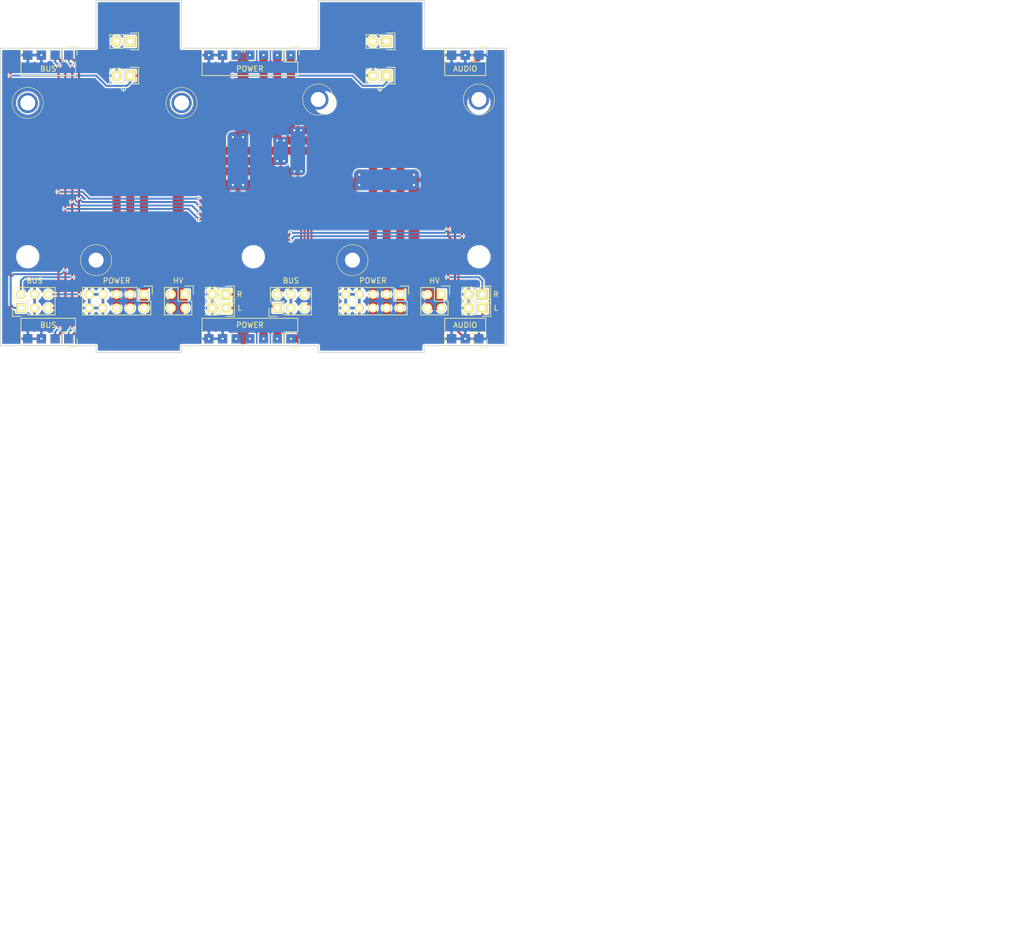
<source format=kicad_pcb>
(kicad_pcb (version 4) (host pcbnew 4.0.2+dfsg1-stable)

  (general
    (links 96)
    (no_connects 0)
    (area 32.944999 24.054999 223.200501 198.375001)
    (thickness 1.6)
    (drawings 50)
    (tracks 333)
    (zones 0)
    (modules 26)
    (nets 23)
  )

  (page A4)
  (layers
    (0 F.Cu signal)
    (31 B.Cu signal)
    (32 B.Adhes user)
    (33 F.Adhes user)
    (34 B.Paste user)
    (35 F.Paste user)
    (36 B.SilkS user)
    (37 F.SilkS user)
    (38 B.Mask user)
    (39 F.Mask user)
    (40 Dwgs.User user)
    (41 Cmts.User user)
    (42 Eco1.User user)
    (43 Eco2.User user)
    (44 Edge.Cuts user)
    (45 Margin user)
    (46 B.CrtYd user)
    (47 F.CrtYd user)
    (48 B.Fab user)
    (49 F.Fab user)
  )

  (setup
    (last_trace_width 0.25)
    (user_trace_width 0.375)
    (user_trace_width 0.5)
    (user_trace_width 0.75)
    (user_trace_width 1)
    (user_trace_width 1.5)
    (user_trace_width 2)
    (trace_clearance 0.2)
    (zone_clearance 0.25)
    (zone_45_only no)
    (trace_min 0.2)
    (segment_width 0.2)
    (edge_width 0.15)
    (via_size 0.6)
    (via_drill 0.4)
    (via_min_size 0.4)
    (via_min_drill 0.3)
    (uvia_size 0.3)
    (uvia_drill 0.1)
    (uvias_allowed no)
    (uvia_min_size 0.2)
    (uvia_min_drill 0.1)
    (pcb_text_width 0.3)
    (pcb_text_size 1.5 1.5)
    (mod_edge_width 0.15)
    (mod_text_size 1 1)
    (mod_text_width 0.15)
    (pad_size 1.7272 1.7272)
    (pad_drill 0)
    (pad_to_mask_clearance 0.2)
    (aux_axis_origin 0 0)
    (visible_elements FFFFFFFF)
    (pcbplotparams
      (layerselection 0x010f0_80000001)
      (usegerberextensions false)
      (usegerberattributes true)
      (excludeedgelayer false)
      (linewidth 0.150000)
      (plotframeref false)
      (viasonmask false)
      (mode 1)
      (useauxorigin true)
      (hpglpennumber 1)
      (hpglpenspeed 20)
      (hpglpendiameter 15)
      (hpglpenoverlay 2)
      (psnegative false)
      (psa4output false)
      (plotreference true)
      (plotvalue true)
      (plotinvisibletext false)
      (padsonsilk false)
      (subtractmaskfromsilk false)
      (outputformat 1)
      (mirror false)
      (drillshape 0)
      (scaleselection 1)
      (outputdirectory /tmp/yatabaza/04-bus/))
  )

  (net 0 "")
  (net 1 /~IRQ)
  (net 2 +9VA)
  (net 3 -9VA)
  (net 4 +5V)
  (net 5 GND)
  (net 6 /~RST)
  (net 7 /SCL)
  (net 8 /SDA)
  (net 9 /AUDIO_L)
  (net 10 /AUDIO_R)
  (net 11 +12V)
  (net 12 /Φ_SYNTH)
  (net 13 "Net-(P20-Pad1)")
  (net 14 "Net-(P20-Pad2)")
  (net 15 "Net-(P21-Pad1)")
  (net 16 "Net-(P21-Pad2)")
  (net 17 "Net-(P25-Pad1)")
  (net 18 "Net-(P26-Pad1)")
  (net 19 "Net-(P27-Pad1)")
  (net 20 "Net-(P28-Pad1)")
  (net 21 "Net-(P29-Pad1)")
  (net 22 "Net-(P30-Pad1)")

  (net_class Default "This is the default net class."
    (clearance 0.2)
    (trace_width 0.25)
    (via_dia 0.6)
    (via_drill 0.4)
    (uvia_dia 0.3)
    (uvia_drill 0.1)
    (add_net +12V)
    (add_net +5V)
    (add_net +9VA)
    (add_net -9VA)
    (add_net /AUDIO_L)
    (add_net /AUDIO_R)
    (add_net /SCL)
    (add_net /SDA)
    (add_net /~IRQ)
    (add_net /~RST)
    (add_net /Φ_SYNTH)
    (add_net GND)
    (add_net "Net-(P20-Pad1)")
    (add_net "Net-(P20-Pad2)")
    (add_net "Net-(P21-Pad1)")
    (add_net "Net-(P21-Pad2)")
    (add_net "Net-(P25-Pad1)")
    (add_net "Net-(P26-Pad1)")
    (add_net "Net-(P27-Pad1)")
    (add_net "Net-(P28-Pad1)")
    (add_net "Net-(P29-Pad1)")
    (add_net "Net-(P30-Pad1)")
  )

  (module Pin_Headers:Pin_Header_Straight_2x04 (layer F.Cu) (tedit 5FCA99E6) (tstamp 5FCB6D97)
    (at 45.72 86.995 270)
    (descr "Through hole pin header")
    (tags "pin header")
    (path /5FCB382C)
    (fp_text reference P22 (at 0 -3.175 360) (layer Dwgs.User) hide
      (effects (font (size 1 1) (thickness 0.15)))
    )
    (fp_text value BUS (at -2.54 3.81 360) (layer F.SilkS)
      (effects (font (size 1 1) (thickness 0.15)))
    )
    (fp_line (start 1.75 -1.75) (end 1.75 9.4) (layer F.CrtYd) (width 0.05))
    (fp_line (start -4.3 -1.75) (end -4.3 9.4) (layer F.CrtYd) (width 0.05))
    (fp_line (start 1.75 -1.75) (end -4.3 -1.75) (layer F.CrtYd) (width 0.05))
    (fp_line (start 1.75 9.4) (end -4.3 9.4) (layer F.CrtYd) (width 0.05))
    (fp_line (start 1.27 1.27) (end 1.27 8.89) (layer F.SilkS) (width 0.15))
    (fp_line (start 1.27 8.89) (end -3.81 8.89) (layer F.SilkS) (width 0.15))
    (fp_line (start -3.81 8.89) (end -3.81 -1.27) (layer F.SilkS) (width 0.15))
    (fp_line (start -3.81 -1.27) (end -1.27 -1.27) (layer F.SilkS) (width 0.15))
    (fp_line (start 0 -1.55) (end 1.55 -1.55) (layer F.SilkS) (width 0.15))
    (fp_line (start -1.27 -1.27) (end -1.27 1.27) (layer F.SilkS) (width 0.15))
    (fp_line (start -1.27 1.27) (end 1.27 1.27) (layer F.SilkS) (width 0.15))
    (fp_line (start 1.55 -1.55) (end 1.55 0) (layer F.SilkS) (width 0.15))
    (pad 1 smd rect (at 0 0 90) (size 1.7272 1.7272) (layers F.Cu F.Paste F.Mask)
      (net 8 /SDA))
    (pad 2 smd rect (at 0 0 90) (size 1.7272 1.7272) (layers B.Cu B.Paste B.Mask)
      (net 7 /SCL))
    (pad 3 smd rect (at 0 2.54 90) (size 1.7272 1.7272) (layers F.Cu F.Paste F.Mask)
      (net 6 /~RST))
    (pad 4 smd rect (at 0 2.54 90) (size 1.7272 1.7272) (layers B.Cu B.Paste B.Mask)
      (net 1 /~IRQ))
    (pad 5 smd rect (at 0 5.08 90) (size 1.7272 1.7272) (layers F.Cu F.Paste F.Mask)
      (net 5 GND))
    (pad 6 smd rect (at 0 5.08 90) (size 1.7272 1.7272) (layers B.Cu B.Paste B.Mask)
      (net 5 GND))
    (pad 7 smd rect (at 0 7.62 90) (size 1.7272 1.7272) (layers F.Cu F.Paste F.Mask)
      (net 12 /Φ_SYNTH))
    (pad 8 smd rect (at 0 7.62 90) (size 1.7272 1.7272) (layers B.Cu B.Paste B.Mask)
      (net 5 GND))
    (model Pin_Headers.3dshapes/Pin_Header_Straight_2x04.wrl
      (at (xyz 0.05 -0.15 0))
      (scale (xyz 1 1 1))
      (rotate (xyz 0 0 90))
    )
  )

  (module Pin_Headers:Pin_Header_Straight_2x07 (layer F.Cu) (tedit 5FCA9A9F) (tstamp 5FCB6DB5)
    (at 86.995 86.995 270)
    (descr "Through hole pin header")
    (tags "pin header")
    (path /5FCB3832)
    (fp_text reference P23 (at 0 -3.175 360) (layer Dwgs.User) hide
      (effects (font (size 1 1) (thickness 0.15)))
    )
    (fp_text value POWER (at -2.54 7.62 540) (layer F.SilkS)
      (effects (font (size 1 1) (thickness 0.15)))
    )
    (fp_line (start 1.75 -1.75) (end 1.75 17) (layer F.CrtYd) (width 0.05))
    (fp_line (start -4.3 -1.75) (end -4.3 17) (layer F.CrtYd) (width 0.05))
    (fp_line (start 1.75 -1.75) (end -4.3 -1.75) (layer F.CrtYd) (width 0.05))
    (fp_line (start 1.75 17) (end -4.3 17) (layer F.CrtYd) (width 0.05))
    (fp_line (start -3.81 16.51) (end -3.81 -1.27) (layer F.SilkS) (width 0.15))
    (fp_line (start 1.27 1.27) (end 1.27 16.51) (layer F.SilkS) (width 0.15))
    (fp_line (start -3.81 16.51) (end 1.27 16.51) (layer F.SilkS) (width 0.15))
    (fp_line (start -3.81 -1.27) (end -1.27 -1.27) (layer F.SilkS) (width 0.15))
    (fp_line (start 0 -1.55) (end 1.55 -1.55) (layer F.SilkS) (width 0.15))
    (fp_line (start -1.27 -1.27) (end -1.27 1.27) (layer F.SilkS) (width 0.15))
    (fp_line (start -1.27 1.27) (end 1.27 1.27) (layer F.SilkS) (width 0.15))
    (fp_line (start 1.55 -1.55) (end 1.55 0) (layer F.SilkS) (width 0.15))
    (pad 1 smd rect (at 0 0 90) (size 1.7272 1.7272) (layers F.Cu F.Paste F.Mask)
      (net 2 +9VA))
    (pad 2 smd rect (at 0 0 90) (size 1.7272 1.7272) (layers B.Cu B.Paste B.Mask)
      (net 2 +9VA))
    (pad 3 smd rect (at 0 2.54 90) (size 1.7272 1.7272) (layers F.Cu F.Paste F.Mask)
      (net 3 -9VA))
    (pad 4 smd rect (at 0 2.54 90) (size 1.7272 1.7272) (layers B.Cu B.Paste B.Mask)
      (net 3 -9VA))
    (pad 5 smd rect (at 0 5.08 90) (size 1.7272 1.7272) (layers F.Cu F.Paste F.Mask)
      (net 4 +5V))
    (pad 6 smd rect (at 0 5.08 90) (size 1.7272 1.7272) (layers B.Cu B.Paste B.Mask)
      (net 4 +5V))
    (pad 7 smd rect (at 0 7.62 90) (size 1.7272 1.7272) (layers F.Cu F.Paste F.Mask)
      (net 11 +12V))
    (pad 8 smd rect (at 0 7.62 90) (size 1.7272 1.7272) (layers B.Cu B.Paste B.Mask)
      (net 11 +12V))
    (pad 9 smd rect (at 0 10.16 90) (size 1.7272 1.7272) (layers F.Cu F.Paste F.Mask)
      (net 11 +12V))
    (pad 10 smd rect (at 0 10.16 90) (size 1.7272 1.7272) (layers B.Cu B.Paste B.Mask)
      (net 11 +12V))
    (pad 11 smd rect (at 0 12.7 90) (size 1.7272 1.7272) (layers F.Cu F.Paste F.Mask)
      (net 5 GND))
    (pad 12 smd rect (at 0 12.7 90) (size 1.7272 1.7272) (layers B.Cu B.Paste B.Mask)
      (net 5 GND))
    (pad 13 smd rect (at 0 15.24 90) (size 1.7272 1.7272) (layers F.Cu F.Paste F.Mask)
      (net 5 GND))
    (pad 14 smd rect (at 0 15.24 90) (size 1.7272 1.7272) (layers B.Cu B.Paste B.Mask)
      (net 5 GND))
    (model Pin_Headers.3dshapes/Pin_Header_Straight_2x07.wrl
      (at (xyz 0.05 -0.3 0))
      (scale (xyz 1 1 1))
      (rotate (xyz 0 0 90))
    )
  )

  (module Pin_Headers:Pin_Header_Straight_2x03 (layer F.Cu) (tedit 5FCA8EA8) (tstamp 5FCB6DCC)
    (at 121.92 86.995 270)
    (descr "Through hole pin header")
    (tags "pin header")
    (path /5FCB3838)
    (fp_text reference P24 (at 0 8.255 360) (layer Dwgs.User) hide
      (effects (font (size 1 1) (thickness 0.15)))
    )
    (fp_text value AUDIO (at -2.54 2.54 360) (layer F.SilkS)
      (effects (font (size 1 1) (thickness 0.15)))
    )
    (fp_line (start 1.27 1.27) (end 1.27 6.35) (layer F.SilkS) (width 0.15))
    (fp_line (start 1.55 -1.55) (end 0 -1.55) (layer F.SilkS) (width 0.15))
    (fp_line (start 1.75 -1.75) (end 1.75 6.85) (layer F.CrtYd) (width 0.05))
    (fp_line (start -4.3 -1.75) (end -4.3 6.85) (layer F.CrtYd) (width 0.05))
    (fp_line (start 1.75 -1.75) (end -4.3 -1.75) (layer F.CrtYd) (width 0.05))
    (fp_line (start 1.75 6.85) (end -4.3 6.85) (layer F.CrtYd) (width 0.05))
    (fp_line (start -1.27 -1.27) (end -1.27 1.27) (layer F.SilkS) (width 0.15))
    (fp_line (start -1.27 1.27) (end 1.27 1.27) (layer F.SilkS) (width 0.15))
    (fp_line (start 1.27 6.35) (end -3.81 6.35) (layer F.SilkS) (width 0.15))
    (fp_line (start -3.81 6.35) (end -3.81 1.27) (layer F.SilkS) (width 0.15))
    (fp_line (start 1.55 -1.55) (end 1.55 0) (layer F.SilkS) (width 0.15))
    (fp_line (start -3.81 -1.27) (end -1.27 -1.27) (layer F.SilkS) (width 0.15))
    (fp_line (start -3.81 1.27) (end -3.81 -1.27) (layer F.SilkS) (width 0.15))
    (pad 1 smd rect (at 0 0 90) (size 1.7272 1.7272) (layers F.Cu F.Paste F.Mask)
      (net 9 /AUDIO_L))
    (pad 2 smd rect (at 0 0 90) (size 1.7272 1.7272) (layers B.Cu B.Paste B.Mask)
      (net 5 GND))
    (pad 3 smd rect (at 0 2.54 90) (size 1.7272 1.7272) (layers F.Cu F.Paste F.Mask)
      (net 5 GND))
    (pad 4 smd rect (at 0 2.54 90) (size 1.7272 1.7272) (layers B.Cu B.Paste B.Mask)
      (net 5 GND))
    (pad 5 smd rect (at 0 5.08 90) (size 1.7272 1.7272) (layers F.Cu F.Paste F.Mask)
      (net 10 /AUDIO_R))
    (pad 6 smd rect (at 0 5.08 90) (size 1.7272 1.7272) (layers B.Cu B.Paste B.Mask)
      (net 5 GND))
    (model Pin_Headers.3dshapes/Pin_Header_Straight_2x03.wrl
      (at (xyz 0.05 -0.1 0))
      (scale (xyz 1 1 1))
      (rotate (xyz 0 0 90))
    )
  )

  (module Pin_Headers:Pin_Header_Straight_2x04 (layer F.Cu) (tedit 5FCA73DF) (tstamp 5FCB6D28)
    (at 45.72 34.29 270)
    (descr "Through hole pin header")
    (tags "pin header")
    (path /5FC9E387)
    (fp_text reference P17 (at 0 -3.175 360) (layer Dwgs.User) hide
      (effects (font (size 1 1) (thickness 0.15)))
    )
    (fp_text value BUS (at 2.54 3.81 360) (layer F.SilkS)
      (effects (font (size 1 1) (thickness 0.15)))
    )
    (fp_line (start -1.75 -1.75) (end -1.75 9.4) (layer F.CrtYd) (width 0.05))
    (fp_line (start 4.3 -1.75) (end 4.3 9.4) (layer F.CrtYd) (width 0.05))
    (fp_line (start -1.75 -1.75) (end 4.3 -1.75) (layer F.CrtYd) (width 0.05))
    (fp_line (start -1.75 9.4) (end 4.3 9.4) (layer F.CrtYd) (width 0.05))
    (fp_line (start -1.27 1.27) (end -1.27 8.89) (layer F.SilkS) (width 0.15))
    (fp_line (start -1.27 8.89) (end 3.81 8.89) (layer F.SilkS) (width 0.15))
    (fp_line (start 3.81 8.89) (end 3.81 -1.27) (layer F.SilkS) (width 0.15))
    (fp_line (start 3.81 -1.27) (end 1.27 -1.27) (layer F.SilkS) (width 0.15))
    (fp_line (start 0 -1.55) (end -1.55 -1.55) (layer F.SilkS) (width 0.15))
    (fp_line (start 1.27 -1.27) (end 1.27 1.27) (layer F.SilkS) (width 0.15))
    (fp_line (start 1.27 1.27) (end -1.27 1.27) (layer F.SilkS) (width 0.15))
    (fp_line (start -1.55 -1.55) (end -1.55 0) (layer F.SilkS) (width 0.15))
    (pad 1 smd rect (at 0 0 270) (size 1.7272 1.7272) (layers F.Cu F.Paste F.Mask)
      (net 8 /SDA))
    (pad 2 smd rect (at 0 0 270) (size 1.7272 1.7272) (layers B.Cu B.Paste B.Mask)
      (net 7 /SCL))
    (pad 3 smd rect (at 0 2.54 270) (size 1.7272 1.7272) (layers F.Cu F.Paste F.Mask)
      (net 6 /~RST))
    (pad 4 smd rect (at 0 2.54 270) (size 1.7272 1.7272) (layers B.Cu B.Paste B.Mask)
      (net 1 /~IRQ))
    (pad 5 smd rect (at 0 5.08 270) (size 1.7272 1.7272) (layers F.Cu F.Paste F.Mask)
      (net 5 GND))
    (pad 6 smd rect (at 0 5.08 270) (size 1.7272 1.7272) (layers B.Cu B.Paste B.Mask)
      (net 5 GND))
    (pad 7 smd rect (at 0 7.62 270) (size 1.7272 1.7272) (layers F.Cu F.Paste F.Mask)
      (net 12 /Φ_SYNTH))
    (pad 8 smd rect (at 0 7.62 270) (size 1.7272 1.7272) (layers B.Cu B.Paste B.Mask)
      (net 5 GND))
    (model Pin_Headers.3dshapes/Pin_Header_Straight_2x04.wrl
      (at (xyz 0.05 -0.15 0))
      (scale (xyz 1 1 1))
      (rotate (xyz 0 0 90))
    )
  )

  (module Pin_Headers:Pin_Header_Straight_2x05 (layer F.Cu) (tedit 5FCA7C6F) (tstamp 5FCB6C0A)
    (at 59.69 78.74 270)
    (descr "Through hole pin header")
    (tags "pin header")
    (path /5FAFD107)
    (fp_text reference P1 (at 5.08 -0.635 360) (layer Dwgs.User) hide
      (effects (font (size 1 1) (thickness 0.15)))
    )
    (fp_text value POWER (at -2.54 5.08 360) (layer F.SilkS)
      (effects (font (size 1 1) (thickness 0.15)))
    )
    (fp_line (start -1.75 -1.75) (end -1.75 11.95) (layer F.CrtYd) (width 0.05))
    (fp_line (start 4.3 -1.75) (end 4.3 11.95) (layer F.CrtYd) (width 0.05))
    (fp_line (start -1.75 -1.75) (end 4.3 -1.75) (layer F.CrtYd) (width 0.05))
    (fp_line (start -1.75 11.95) (end 4.3 11.95) (layer F.CrtYd) (width 0.05))
    (fp_line (start 3.81 -1.27) (end 3.81 11.43) (layer F.SilkS) (width 0.15))
    (fp_line (start 3.81 11.43) (end -1.27 11.43) (layer F.SilkS) (width 0.15))
    (fp_line (start -1.27 11.43) (end -1.27 1.27) (layer F.SilkS) (width 0.15))
    (fp_line (start 3.81 -1.27) (end 1.27 -1.27) (layer F.SilkS) (width 0.15))
    (fp_line (start 0 -1.55) (end -1.55 -1.55) (layer F.SilkS) (width 0.15))
    (fp_line (start 1.27 -1.27) (end 1.27 1.27) (layer F.SilkS) (width 0.15))
    (fp_line (start 1.27 1.27) (end -1.27 1.27) (layer F.SilkS) (width 0.15))
    (fp_line (start -1.55 -1.55) (end -1.55 0) (layer F.SilkS) (width 0.15))
    (pad 1 thru_hole rect (at 0 0 270) (size 1.7272 1.7272) (drill 1.016) (layers *.Cu *.Mask F.SilkS)
      (net 2 +9VA))
    (pad 2 thru_hole oval (at 2.54 0 270) (size 1.7272 1.7272) (drill 1.016) (layers *.Cu *.Mask F.SilkS)
      (net 2 +9VA))
    (pad 3 thru_hole oval (at 0 2.54 270) (size 1.7272 1.7272) (drill 1.016) (layers *.Cu *.Mask F.SilkS)
      (net 3 -9VA))
    (pad 4 thru_hole oval (at 2.54 2.54 270) (size 1.7272 1.7272) (drill 1.016) (layers *.Cu *.Mask F.SilkS)
      (net 3 -9VA))
    (pad 5 thru_hole oval (at 0 5.08 270) (size 1.7272 1.7272) (drill 1.016) (layers *.Cu *.Mask F.SilkS)
      (net 4 +5V))
    (pad 6 thru_hole oval (at 2.54 5.08 270) (size 1.7272 1.7272) (drill 1.016) (layers *.Cu *.Mask F.SilkS)
      (net 4 +5V))
    (pad 7 thru_hole oval (at 0 7.62 270) (size 1.7272 1.7272) (drill 1.016) (layers *.Cu *.Mask F.SilkS)
      (net 5 GND))
    (pad 8 thru_hole oval (at 2.54 7.62 270) (size 1.7272 1.7272) (drill 1.016) (layers *.Cu *.Mask F.SilkS)
      (net 5 GND))
    (pad 9 thru_hole oval (at 0 10.16 270) (size 1.7272 1.7272) (drill 1.016) (layers *.Cu *.Mask F.SilkS)
      (net 5 GND))
    (pad 10 thru_hole oval (at 2.54 10.16 270) (size 1.7272 1.7272) (drill 1.016) (layers *.Cu *.Mask F.SilkS)
      (net 5 GND))
    (model Pin_Headers.3dshapes/Pin_Header_Straight_2x05.wrl
      (at (xyz 0.05 -0.2 0))
      (scale (xyz 1 1 1))
      (rotate (xyz 0 0 90))
    )
  )

  (module Pin_Headers:Pin_Header_Straight_2x05 (layer F.Cu) (tedit 5FCA7D05) (tstamp 5FCB6C24)
    (at 107.315 78.74 270)
    (descr "Through hole pin header")
    (tags "pin header")
    (path /5FAFD466)
    (fp_text reference P2 (at 5.08 0 360) (layer Dwgs.User) hide
      (effects (font (size 1 1) (thickness 0.15)))
    )
    (fp_text value POWER (at -2.54 5.08 360) (layer F.SilkS)
      (effects (font (size 1 1) (thickness 0.15)))
    )
    (fp_line (start -1.75 -1.75) (end -1.75 11.95) (layer F.CrtYd) (width 0.05))
    (fp_line (start 4.3 -1.75) (end 4.3 11.95) (layer F.CrtYd) (width 0.05))
    (fp_line (start -1.75 -1.75) (end 4.3 -1.75) (layer F.CrtYd) (width 0.05))
    (fp_line (start -1.75 11.95) (end 4.3 11.95) (layer F.CrtYd) (width 0.05))
    (fp_line (start 3.81 -1.27) (end 3.81 11.43) (layer F.SilkS) (width 0.15))
    (fp_line (start 3.81 11.43) (end -1.27 11.43) (layer F.SilkS) (width 0.15))
    (fp_line (start -1.27 11.43) (end -1.27 1.27) (layer F.SilkS) (width 0.15))
    (fp_line (start 3.81 -1.27) (end 1.27 -1.27) (layer F.SilkS) (width 0.15))
    (fp_line (start 0 -1.55) (end -1.55 -1.55) (layer F.SilkS) (width 0.15))
    (fp_line (start 1.27 -1.27) (end 1.27 1.27) (layer F.SilkS) (width 0.15))
    (fp_line (start 1.27 1.27) (end -1.27 1.27) (layer F.SilkS) (width 0.15))
    (fp_line (start -1.55 -1.55) (end -1.55 0) (layer F.SilkS) (width 0.15))
    (pad 1 thru_hole rect (at 0 0 270) (size 1.7272 1.7272) (drill 1.016) (layers *.Cu *.Mask F.SilkS)
      (net 2 +9VA))
    (pad 2 thru_hole oval (at 2.54 0 270) (size 1.7272 1.7272) (drill 1.016) (layers *.Cu *.Mask F.SilkS)
      (net 2 +9VA))
    (pad 3 thru_hole oval (at 0 2.54 270) (size 1.7272 1.7272) (drill 1.016) (layers *.Cu *.Mask F.SilkS)
      (net 3 -9VA))
    (pad 4 thru_hole oval (at 2.54 2.54 270) (size 1.7272 1.7272) (drill 1.016) (layers *.Cu *.Mask F.SilkS)
      (net 3 -9VA))
    (pad 5 thru_hole oval (at 0 5.08 270) (size 1.7272 1.7272) (drill 1.016) (layers *.Cu *.Mask F.SilkS)
      (net 4 +5V))
    (pad 6 thru_hole oval (at 2.54 5.08 270) (size 1.7272 1.7272) (drill 1.016) (layers *.Cu *.Mask F.SilkS)
      (net 4 +5V))
    (pad 7 thru_hole oval (at 0 7.62 270) (size 1.7272 1.7272) (drill 1.016) (layers *.Cu *.Mask F.SilkS)
      (net 5 GND))
    (pad 8 thru_hole oval (at 2.54 7.62 270) (size 1.7272 1.7272) (drill 1.016) (layers *.Cu *.Mask F.SilkS)
      (net 5 GND))
    (pad 9 thru_hole oval (at 0 10.16 270) (size 1.7272 1.7272) (drill 1.016) (layers *.Cu *.Mask F.SilkS)
      (net 5 GND))
    (pad 10 thru_hole oval (at 2.54 10.16 270) (size 1.7272 1.7272) (drill 1.016) (layers *.Cu *.Mask F.SilkS)
      (net 5 GND))
    (model Pin_Headers.3dshapes/Pin_Header_Straight_2x05.wrl
      (at (xyz 0.05 -0.2 0))
      (scale (xyz 1 1 1))
      (rotate (xyz 0 0 90))
    )
  )

  (module Pin_Headers:Pin_Header_Straight_1x02 (layer F.Cu) (tedit 5FCA7CCA) (tstamp 5FCB6C35)
    (at 74.93 81.28 270)
    (descr "Through hole pin header")
    (tags "pin header")
    (path /5FB48334)
    (fp_text reference P3 (at 0 4.445 270) (layer Dwgs.User) hide
      (effects (font (size 1 1) (thickness 0.15)))
    )
    (fp_text value L (at 0 -2.54 360) (layer F.SilkS)
      (effects (font (size 1 1) (thickness 0.15)))
    )
    (fp_line (start 1.27 1.27) (end 1.27 3.81) (layer F.SilkS) (width 0.15))
    (fp_line (start 1.55 -1.55) (end 1.55 0) (layer F.SilkS) (width 0.15))
    (fp_line (start -1.75 -1.75) (end -1.75 4.3) (layer F.CrtYd) (width 0.05))
    (fp_line (start 1.75 -1.75) (end 1.75 4.3) (layer F.CrtYd) (width 0.05))
    (fp_line (start -1.75 -1.75) (end 1.75 -1.75) (layer F.CrtYd) (width 0.05))
    (fp_line (start -1.75 4.3) (end 1.75 4.3) (layer F.CrtYd) (width 0.05))
    (fp_line (start 1.27 1.27) (end -1.27 1.27) (layer F.SilkS) (width 0.15))
    (fp_line (start -1.55 0) (end -1.55 -1.55) (layer F.SilkS) (width 0.15))
    (fp_line (start -1.55 -1.55) (end 1.55 -1.55) (layer F.SilkS) (width 0.15))
    (fp_line (start -1.27 1.27) (end -1.27 3.81) (layer F.SilkS) (width 0.15))
    (fp_line (start -1.27 3.81) (end 1.27 3.81) (layer F.SilkS) (width 0.15))
    (pad 1 thru_hole rect (at 0 0 270) (size 2.032 2.032) (drill 1.016) (layers *.Cu *.Mask F.SilkS)
      (net 9 /AUDIO_L))
    (pad 2 thru_hole oval (at 0 2.54 270) (size 2.032 2.032) (drill 1.016) (layers *.Cu *.Mask F.SilkS)
      (net 5 GND))
    (model Pin_Headers.3dshapes/Pin_Header_Straight_1x02.wrl
      (at (xyz 0 -0.05 0))
      (scale (xyz 1 1 1))
      (rotate (xyz 0 0 90))
    )
  )

  (module Pin_Headers:Pin_Header_Straight_1x02 (layer F.Cu) (tedit 5FCA7CBD) (tstamp 5FCB6C46)
    (at 74.93 78.74 270)
    (descr "Through hole pin header")
    (tags "pin header")
    (path /5FB48342)
    (fp_text reference P4 (at 0 4.445 270) (layer Dwgs.User) hide
      (effects (font (size 1 1) (thickness 0.15)))
    )
    (fp_text value R (at 0 -2.54 360) (layer F.SilkS)
      (effects (font (size 1 1) (thickness 0.15)))
    )
    (fp_line (start 1.27 1.27) (end 1.27 3.81) (layer F.SilkS) (width 0.15))
    (fp_line (start 1.55 -1.55) (end 1.55 0) (layer F.SilkS) (width 0.15))
    (fp_line (start -1.75 -1.75) (end -1.75 4.3) (layer F.CrtYd) (width 0.05))
    (fp_line (start 1.75 -1.75) (end 1.75 4.3) (layer F.CrtYd) (width 0.05))
    (fp_line (start -1.75 -1.75) (end 1.75 -1.75) (layer F.CrtYd) (width 0.05))
    (fp_line (start -1.75 4.3) (end 1.75 4.3) (layer F.CrtYd) (width 0.05))
    (fp_line (start 1.27 1.27) (end -1.27 1.27) (layer F.SilkS) (width 0.15))
    (fp_line (start -1.55 0) (end -1.55 -1.55) (layer F.SilkS) (width 0.15))
    (fp_line (start -1.55 -1.55) (end 1.55 -1.55) (layer F.SilkS) (width 0.15))
    (fp_line (start -1.27 1.27) (end -1.27 3.81) (layer F.SilkS) (width 0.15))
    (fp_line (start -1.27 3.81) (end 1.27 3.81) (layer F.SilkS) (width 0.15))
    (pad 1 thru_hole rect (at 0 0 270) (size 2.032 2.032) (drill 1.016) (layers *.Cu *.Mask F.SilkS)
      (net 10 /AUDIO_R))
    (pad 2 thru_hole oval (at 0 2.54 270) (size 2.032 2.032) (drill 1.016) (layers *.Cu *.Mask F.SilkS)
      (net 5 GND))
    (model Pin_Headers.3dshapes/Pin_Header_Straight_1x02.wrl
      (at (xyz 0 -0.05 0))
      (scale (xyz 1 1 1))
      (rotate (xyz 0 0 90))
    )
  )

  (module Pin_Headers:Pin_Header_Straight_2x02 (layer F.Cu) (tedit 5FCA7C77) (tstamp 5FCB6C6B)
    (at 67.31 78.74 270)
    (descr "Through hole pin header")
    (tags "pin header")
    (path /5FB41F88)
    (fp_text reference P6 (at 5.08 -0.635 360) (layer Dwgs.User) hide
      (effects (font (size 1 1) (thickness 0.15)))
    )
    (fp_text value HV (at -2.54 1.27 360) (layer F.SilkS)
      (effects (font (size 1 1) (thickness 0.15)))
    )
    (fp_line (start -1.75 -1.75) (end -1.75 4.3) (layer F.CrtYd) (width 0.05))
    (fp_line (start 4.3 -1.75) (end 4.3 4.3) (layer F.CrtYd) (width 0.05))
    (fp_line (start -1.75 -1.75) (end 4.3 -1.75) (layer F.CrtYd) (width 0.05))
    (fp_line (start -1.75 4.3) (end 4.3 4.3) (layer F.CrtYd) (width 0.05))
    (fp_line (start -1.55 0) (end -1.55 -1.55) (layer F.SilkS) (width 0.15))
    (fp_line (start 0 -1.55) (end -1.55 -1.55) (layer F.SilkS) (width 0.15))
    (fp_line (start -1.27 1.27) (end 1.27 1.27) (layer F.SilkS) (width 0.15))
    (fp_line (start 1.27 1.27) (end 1.27 -1.27) (layer F.SilkS) (width 0.15))
    (fp_line (start 1.27 -1.27) (end 3.81 -1.27) (layer F.SilkS) (width 0.15))
    (fp_line (start 3.81 -1.27) (end 3.81 3.81) (layer F.SilkS) (width 0.15))
    (fp_line (start 3.81 3.81) (end -1.27 3.81) (layer F.SilkS) (width 0.15))
    (fp_line (start -1.27 3.81) (end -1.27 1.27) (layer F.SilkS) (width 0.15))
    (pad 1 thru_hole rect (at 0 0 270) (size 1.7272 1.7272) (drill 1.016) (layers *.Cu *.Mask F.SilkS)
      (net 11 +12V))
    (pad 2 thru_hole oval (at 2.54 0 270) (size 1.7272 1.7272) (drill 1.016) (layers *.Cu *.Mask F.SilkS)
      (net 11 +12V))
    (pad 3 thru_hole oval (at 0 2.54 270) (size 1.7272 1.7272) (drill 1.016) (layers *.Cu *.Mask F.SilkS)
      (net 11 +12V))
    (pad 4 thru_hole oval (at 2.54 2.54 270) (size 1.7272 1.7272) (drill 1.016) (layers *.Cu *.Mask F.SilkS)
      (net 11 +12V))
    (model Pin_Headers.3dshapes/Pin_Header_Straight_2x02.wrl
      (at (xyz 0.05 -0.05 0))
      (scale (xyz 1 1 1))
      (rotate (xyz 0 0 90))
    )
  )

  (module Pin_Headers:Pin_Header_Straight_2x02 (layer F.Cu) (tedit 5FCA7D1B) (tstamp 5FCB6C7F)
    (at 114.935 78.74 270)
    (descr "Through hole pin header")
    (tags "pin header")
    (path /5FB4245A)
    (fp_text reference P7 (at 5.08 0 360) (layer F.SilkS) hide
      (effects (font (size 1 1) (thickness 0.15)))
    )
    (fp_text value HV (at -2.54 1.27 360) (layer F.SilkS)
      (effects (font (size 1 1) (thickness 0.15)))
    )
    (fp_line (start -1.75 -1.75) (end -1.75 4.3) (layer F.CrtYd) (width 0.05))
    (fp_line (start 4.3 -1.75) (end 4.3 4.3) (layer F.CrtYd) (width 0.05))
    (fp_line (start -1.75 -1.75) (end 4.3 -1.75) (layer F.CrtYd) (width 0.05))
    (fp_line (start -1.75 4.3) (end 4.3 4.3) (layer F.CrtYd) (width 0.05))
    (fp_line (start -1.55 0) (end -1.55 -1.55) (layer F.SilkS) (width 0.15))
    (fp_line (start 0 -1.55) (end -1.55 -1.55) (layer F.SilkS) (width 0.15))
    (fp_line (start -1.27 1.27) (end 1.27 1.27) (layer F.SilkS) (width 0.15))
    (fp_line (start 1.27 1.27) (end 1.27 -1.27) (layer F.SilkS) (width 0.15))
    (fp_line (start 1.27 -1.27) (end 3.81 -1.27) (layer F.SilkS) (width 0.15))
    (fp_line (start 3.81 -1.27) (end 3.81 3.81) (layer F.SilkS) (width 0.15))
    (fp_line (start 3.81 3.81) (end -1.27 3.81) (layer F.SilkS) (width 0.15))
    (fp_line (start -1.27 3.81) (end -1.27 1.27) (layer F.SilkS) (width 0.15))
    (pad 1 thru_hole rect (at 0 0 270) (size 1.7272 1.7272) (drill 1.016) (layers *.Cu *.Mask F.SilkS)
      (net 11 +12V))
    (pad 2 thru_hole oval (at 2.54 0 270) (size 1.7272 1.7272) (drill 1.016) (layers *.Cu *.Mask F.SilkS)
      (net 11 +12V))
    (pad 3 thru_hole oval (at 0 2.54 270) (size 1.7272 1.7272) (drill 1.016) (layers *.Cu *.Mask F.SilkS)
      (net 11 +12V))
    (pad 4 thru_hole oval (at 2.54 2.54 270) (size 1.7272 1.7272) (drill 1.016) (layers *.Cu *.Mask F.SilkS)
      (net 11 +12V))
    (model Pin_Headers.3dshapes/Pin_Header_Straight_2x02.wrl
      (at (xyz 0.05 -0.05 0))
      (scale (xyz 1 1 1))
      (rotate (xyz 0 0 90))
    )
  )

  (module Pin_Headers:Pin_Header_Straight_1x02 (layer F.Cu) (tedit 5FCA7D90) (tstamp 5FCB6C90)
    (at 122.555 81.28 270)
    (descr "Through hole pin header")
    (tags "pin header")
    (path /5FCAEABC)
    (fp_text reference P8 (at 0 4.445 270) (layer Dwgs.User) hide
      (effects (font (size 1 1) (thickness 0.15)))
    )
    (fp_text value L (at 0 -2.54 360) (layer F.SilkS)
      (effects (font (size 1 1) (thickness 0.15)))
    )
    (fp_line (start 1.27 1.27) (end 1.27 3.81) (layer F.SilkS) (width 0.15))
    (fp_line (start 1.55 -1.55) (end 1.55 0) (layer F.SilkS) (width 0.15))
    (fp_line (start -1.75 -1.75) (end -1.75 4.3) (layer F.CrtYd) (width 0.05))
    (fp_line (start 1.75 -1.75) (end 1.75 4.3) (layer F.CrtYd) (width 0.05))
    (fp_line (start -1.75 -1.75) (end 1.75 -1.75) (layer F.CrtYd) (width 0.05))
    (fp_line (start -1.75 4.3) (end 1.75 4.3) (layer F.CrtYd) (width 0.05))
    (fp_line (start 1.27 1.27) (end -1.27 1.27) (layer F.SilkS) (width 0.15))
    (fp_line (start -1.55 0) (end -1.55 -1.55) (layer F.SilkS) (width 0.15))
    (fp_line (start -1.55 -1.55) (end 1.55 -1.55) (layer F.SilkS) (width 0.15))
    (fp_line (start -1.27 1.27) (end -1.27 3.81) (layer F.SilkS) (width 0.15))
    (fp_line (start -1.27 3.81) (end 1.27 3.81) (layer F.SilkS) (width 0.15))
    (pad 1 thru_hole rect (at 0 0 270) (size 2.032 2.032) (drill 1.016) (layers *.Cu *.Mask F.SilkS)
      (net 9 /AUDIO_L))
    (pad 2 thru_hole oval (at 0 2.54 270) (size 2.032 2.032) (drill 1.016) (layers *.Cu *.Mask F.SilkS)
      (net 5 GND))
    (model Pin_Headers.3dshapes/Pin_Header_Straight_1x02.wrl
      (at (xyz 0 -0.05 0))
      (scale (xyz 1 1 1))
      (rotate (xyz 0 0 90))
    )
  )

  (module Pin_Headers:Pin_Header_Straight_1x02 (layer F.Cu) (tedit 5FCA7D81) (tstamp 5FCB6CA1)
    (at 122.555 78.74 270)
    (descr "Through hole pin header")
    (tags "pin header")
    (path /5FCAEACA)
    (fp_text reference P9 (at 0 4.445 270) (layer Dwgs.User) hide
      (effects (font (size 1 1) (thickness 0.15)))
    )
    (fp_text value R (at 0 -2.54 360) (layer F.SilkS)
      (effects (font (size 1 1) (thickness 0.15)))
    )
    (fp_line (start 1.27 1.27) (end 1.27 3.81) (layer F.SilkS) (width 0.15))
    (fp_line (start 1.55 -1.55) (end 1.55 0) (layer F.SilkS) (width 0.15))
    (fp_line (start -1.75 -1.75) (end -1.75 4.3) (layer F.CrtYd) (width 0.05))
    (fp_line (start 1.75 -1.75) (end 1.75 4.3) (layer F.CrtYd) (width 0.05))
    (fp_line (start -1.75 -1.75) (end 1.75 -1.75) (layer F.CrtYd) (width 0.05))
    (fp_line (start -1.75 4.3) (end 1.75 4.3) (layer F.CrtYd) (width 0.05))
    (fp_line (start 1.27 1.27) (end -1.27 1.27) (layer F.SilkS) (width 0.15))
    (fp_line (start -1.55 0) (end -1.55 -1.55) (layer F.SilkS) (width 0.15))
    (fp_line (start -1.55 -1.55) (end 1.55 -1.55) (layer F.SilkS) (width 0.15))
    (fp_line (start -1.27 1.27) (end -1.27 3.81) (layer F.SilkS) (width 0.15))
    (fp_line (start -1.27 3.81) (end 1.27 3.81) (layer F.SilkS) (width 0.15))
    (pad 1 thru_hole rect (at 0 0 270) (size 2.032 2.032) (drill 1.016) (layers *.Cu *.Mask F.SilkS)
      (net 10 /AUDIO_R))
    (pad 2 thru_hole oval (at 0 2.54 270) (size 2.032 2.032) (drill 1.016) (layers *.Cu *.Mask F.SilkS)
      (net 5 GND))
    (model Pin_Headers.3dshapes/Pin_Header_Straight_1x02.wrl
      (at (xyz 0 -0.05 0))
      (scale (xyz 1 1 1))
      (rotate (xyz 0 0 90))
    )
  )

  (module Pin_Headers:Pin_Header_Straight_2x03 (layer F.Cu) (tedit 5FCA9998) (tstamp 5FCB6CC9)
    (at 36.83 81.28 90)
    (descr "Through hole pin header")
    (tags "pin header")
    (path /5FC5708F)
    (fp_text reference P11 (at -2.54 5.08 180) (layer Dwgs.User) hide
      (effects (font (size 1 1) (thickness 0.15)))
    )
    (fp_text value BUS (at 5.08 2.54 180) (layer F.SilkS)
      (effects (font (size 1 1) (thickness 0.15)))
    )
    (fp_line (start -1.27 1.27) (end -1.27 6.35) (layer F.SilkS) (width 0.15))
    (fp_line (start -1.55 -1.55) (end 0 -1.55) (layer F.SilkS) (width 0.15))
    (fp_line (start -1.75 -1.75) (end -1.75 6.85) (layer F.CrtYd) (width 0.05))
    (fp_line (start 4.3 -1.75) (end 4.3 6.85) (layer F.CrtYd) (width 0.05))
    (fp_line (start -1.75 -1.75) (end 4.3 -1.75) (layer F.CrtYd) (width 0.05))
    (fp_line (start -1.75 6.85) (end 4.3 6.85) (layer F.CrtYd) (width 0.05))
    (fp_line (start 1.27 -1.27) (end 1.27 1.27) (layer F.SilkS) (width 0.15))
    (fp_line (start 1.27 1.27) (end -1.27 1.27) (layer F.SilkS) (width 0.15))
    (fp_line (start -1.27 6.35) (end 3.81 6.35) (layer F.SilkS) (width 0.15))
    (fp_line (start 3.81 6.35) (end 3.81 1.27) (layer F.SilkS) (width 0.15))
    (fp_line (start -1.55 -1.55) (end -1.55 0) (layer F.SilkS) (width 0.15))
    (fp_line (start 3.81 -1.27) (end 1.27 -1.27) (layer F.SilkS) (width 0.15))
    (fp_line (start 3.81 1.27) (end 3.81 -1.27) (layer F.SilkS) (width 0.15))
    (pad 1 thru_hole rect (at 0 0 90) (size 1.7272 1.7272) (drill 1.016) (layers *.Cu *.Mask F.SilkS)
      (net 6 /~RST))
    (pad 2 thru_hole oval (at 2.54 0 90) (size 1.7272 1.7272) (drill 1.016) (layers *.Cu *.Mask F.SilkS)
      (net 7 /SCL))
    (pad 3 thru_hole oval (at 0 2.54 90) (size 1.7272 1.7272) (drill 1.016) (layers *.Cu *.Mask F.SilkS)
      (net 5 GND))
    (pad 4 thru_hole oval (at 2.54 2.54 90) (size 1.7272 1.7272) (drill 1.016) (layers *.Cu *.Mask F.SilkS)
      (net 5 GND))
    (pad 5 thru_hole oval (at 0 5.08 90) (size 1.7272 1.7272) (drill 1.016) (layers *.Cu *.Mask F.SilkS)
      (net 1 /~IRQ))
    (pad 6 thru_hole oval (at 2.54 5.08 90) (size 1.7272 1.7272) (drill 1.016) (layers *.Cu *.Mask F.SilkS)
      (net 8 /SDA))
    (model Pin_Headers.3dshapes/Pin_Header_Straight_2x03.wrl
      (at (xyz 0.05 -0.1 0))
      (scale (xyz 1 1 1))
      (rotate (xyz 0 0 90))
    )
  )

  (module Pin_Headers:Pin_Header_Straight_2x03 (layer F.Cu) (tedit 5FCA7CED) (tstamp 5FCB6CE0)
    (at 84.455 81.28 90)
    (descr "Through hole pin header")
    (tags "pin header")
    (path /5FC570AB)
    (fp_text reference P12 (at -2.54 5.08 180) (layer Dwgs.User) hide
      (effects (font (size 1 1) (thickness 0.15)))
    )
    (fp_text value BUS (at 5.08 2.54 180) (layer F.SilkS)
      (effects (font (size 1 1) (thickness 0.15)))
    )
    (fp_line (start -1.27 1.27) (end -1.27 6.35) (layer F.SilkS) (width 0.15))
    (fp_line (start -1.55 -1.55) (end 0 -1.55) (layer F.SilkS) (width 0.15))
    (fp_line (start -1.75 -1.75) (end -1.75 6.85) (layer F.CrtYd) (width 0.05))
    (fp_line (start 4.3 -1.75) (end 4.3 6.85) (layer F.CrtYd) (width 0.05))
    (fp_line (start -1.75 -1.75) (end 4.3 -1.75) (layer F.CrtYd) (width 0.05))
    (fp_line (start -1.75 6.85) (end 4.3 6.85) (layer F.CrtYd) (width 0.05))
    (fp_line (start 1.27 -1.27) (end 1.27 1.27) (layer F.SilkS) (width 0.15))
    (fp_line (start 1.27 1.27) (end -1.27 1.27) (layer F.SilkS) (width 0.15))
    (fp_line (start -1.27 6.35) (end 3.81 6.35) (layer F.SilkS) (width 0.15))
    (fp_line (start 3.81 6.35) (end 3.81 1.27) (layer F.SilkS) (width 0.15))
    (fp_line (start -1.55 -1.55) (end -1.55 0) (layer F.SilkS) (width 0.15))
    (fp_line (start 3.81 -1.27) (end 1.27 -1.27) (layer F.SilkS) (width 0.15))
    (fp_line (start 3.81 1.27) (end 3.81 -1.27) (layer F.SilkS) (width 0.15))
    (pad 1 thru_hole rect (at 0 0 90) (size 1.7272 1.7272) (drill 1.016) (layers *.Cu *.Mask F.SilkS)
      (net 6 /~RST))
    (pad 2 thru_hole oval (at 2.54 0 90) (size 1.7272 1.7272) (drill 1.016) (layers *.Cu *.Mask F.SilkS)
      (net 7 /SCL))
    (pad 3 thru_hole oval (at 0 2.54 90) (size 1.7272 1.7272) (drill 1.016) (layers *.Cu *.Mask F.SilkS)
      (net 5 GND))
    (pad 4 thru_hole oval (at 2.54 2.54 90) (size 1.7272 1.7272) (drill 1.016) (layers *.Cu *.Mask F.SilkS)
      (net 5 GND))
    (pad 5 thru_hole oval (at 0 5.08 90) (size 1.7272 1.7272) (drill 1.016) (layers *.Cu *.Mask F.SilkS)
      (net 1 /~IRQ))
    (pad 6 thru_hole oval (at 2.54 5.08 90) (size 1.7272 1.7272) (drill 1.016) (layers *.Cu *.Mask F.SilkS)
      (net 8 /SDA))
    (model Pin_Headers.3dshapes/Pin_Header_Straight_2x03.wrl
      (at (xyz 0.05 -0.1 0))
      (scale (xyz 1 1 1))
      (rotate (xyz 0 0 90))
    )
  )

  (module Pin_Headers:Pin_Header_Straight_1x02 (layer F.Cu) (tedit 5FCA74AC) (tstamp 5FCB6CFF)
    (at 57.15 38.1 270)
    (descr "Through hole pin header")
    (tags "pin header")
    (path /5FB435AA)
    (fp_text reference P15 (at -2.54 1.27 360) (layer Dwgs.User) hide
      (effects (font (size 1 1) (thickness 0.15)))
    )
    (fp_text value Φ (at 2.54 1.27 360) (layer F.SilkS)
      (effects (font (size 1 1) (thickness 0.15)))
    )
    (fp_line (start 1.27 1.27) (end 1.27 3.81) (layer F.SilkS) (width 0.15))
    (fp_line (start 1.55 -1.55) (end 1.55 0) (layer F.SilkS) (width 0.15))
    (fp_line (start -1.75 -1.75) (end -1.75 4.3) (layer F.CrtYd) (width 0.05))
    (fp_line (start 1.75 -1.75) (end 1.75 4.3) (layer F.CrtYd) (width 0.05))
    (fp_line (start -1.75 -1.75) (end 1.75 -1.75) (layer F.CrtYd) (width 0.05))
    (fp_line (start -1.75 4.3) (end 1.75 4.3) (layer F.CrtYd) (width 0.05))
    (fp_line (start 1.27 1.27) (end -1.27 1.27) (layer F.SilkS) (width 0.15))
    (fp_line (start -1.55 0) (end -1.55 -1.55) (layer F.SilkS) (width 0.15))
    (fp_line (start -1.55 -1.55) (end 1.55 -1.55) (layer F.SilkS) (width 0.15))
    (fp_line (start -1.27 1.27) (end -1.27 3.81) (layer F.SilkS) (width 0.15))
    (fp_line (start -1.27 3.81) (end 1.27 3.81) (layer F.SilkS) (width 0.15))
    (pad 1 thru_hole rect (at 0 0 270) (size 2.032 2.032) (drill 1.016) (layers *.Cu *.Mask F.SilkS)
      (net 12 /Φ_SYNTH))
    (pad 2 thru_hole oval (at 0 2.54 270) (size 2.032 2.032) (drill 1.016) (layers *.Cu *.Mask F.SilkS)
      (net 5 GND))
    (model Pin_Headers.3dshapes/Pin_Header_Straight_1x02.wrl
      (at (xyz 0 -0.05 0))
      (scale (xyz 1 1 1))
      (rotate (xyz 0 0 90))
    )
  )

  (module Pin_Headers:Pin_Header_Straight_1x02 (layer F.Cu) (tedit 5FCA74B8) (tstamp 5FCB6D10)
    (at 104.775 38.1 270)
    (descr "Through hole pin header")
    (tags "pin header")
    (path /5FB438CB)
    (fp_text reference P16 (at 0 1.27 270) (layer Dwgs.User) hide
      (effects (font (size 1 1) (thickness 0.15)))
    )
    (fp_text value Φ (at 2.54 1.27 360) (layer F.SilkS)
      (effects (font (size 1 1) (thickness 0.15)))
    )
    (fp_line (start 1.27 1.27) (end 1.27 3.81) (layer F.SilkS) (width 0.15))
    (fp_line (start 1.55 -1.55) (end 1.55 0) (layer F.SilkS) (width 0.15))
    (fp_line (start -1.75 -1.75) (end -1.75 4.3) (layer F.CrtYd) (width 0.05))
    (fp_line (start 1.75 -1.75) (end 1.75 4.3) (layer F.CrtYd) (width 0.05))
    (fp_line (start -1.75 -1.75) (end 1.75 -1.75) (layer F.CrtYd) (width 0.05))
    (fp_line (start -1.75 4.3) (end 1.75 4.3) (layer F.CrtYd) (width 0.05))
    (fp_line (start 1.27 1.27) (end -1.27 1.27) (layer F.SilkS) (width 0.15))
    (fp_line (start -1.55 0) (end -1.55 -1.55) (layer F.SilkS) (width 0.15))
    (fp_line (start -1.55 -1.55) (end 1.55 -1.55) (layer F.SilkS) (width 0.15))
    (fp_line (start -1.27 1.27) (end -1.27 3.81) (layer F.SilkS) (width 0.15))
    (fp_line (start -1.27 3.81) (end 1.27 3.81) (layer F.SilkS) (width 0.15))
    (pad 1 thru_hole rect (at 0 0 270) (size 2.032 2.032) (drill 1.016) (layers *.Cu *.Mask F.SilkS)
      (net 12 /Φ_SYNTH))
    (pad 2 thru_hole oval (at 0 2.54 270) (size 2.032 2.032) (drill 1.016) (layers *.Cu *.Mask F.SilkS)
      (net 5 GND))
    (model Pin_Headers.3dshapes/Pin_Header_Straight_1x02.wrl
      (at (xyz 0 -0.05 0))
      (scale (xyz 1 1 1))
      (rotate (xyz 0 0 90))
    )
  )

  (module Pin_Headers:Pin_Header_Straight_2x07 (layer F.Cu) (tedit 5FCA8DAF) (tstamp 5FCB6D46)
    (at 86.995 34.29 270)
    (descr "Through hole pin header")
    (tags "pin header")
    (path /5FC9EB72)
    (fp_text reference P18 (at 0 -3.175 360) (layer Dwgs.User)
      (effects (font (size 1 1) (thickness 0.15)))
    )
    (fp_text value POWER (at 2.54 7.62 360) (layer F.SilkS)
      (effects (font (size 1 1) (thickness 0.15)))
    )
    (fp_line (start -1.75 -1.75) (end -1.75 17) (layer F.CrtYd) (width 0.05))
    (fp_line (start 4.3 -1.75) (end 4.3 17) (layer F.CrtYd) (width 0.05))
    (fp_line (start -1.75 -1.75) (end 4.3 -1.75) (layer F.CrtYd) (width 0.05))
    (fp_line (start -1.75 17) (end 4.3 17) (layer F.CrtYd) (width 0.05))
    (fp_line (start 3.81 16.51) (end 3.81 -1.27) (layer F.SilkS) (width 0.15))
    (fp_line (start -1.27 1.27) (end -1.27 16.51) (layer F.SilkS) (width 0.15))
    (fp_line (start 3.81 16.51) (end -1.27 16.51) (layer F.SilkS) (width 0.15))
    (fp_line (start 3.81 -1.27) (end 1.27 -1.27) (layer F.SilkS) (width 0.15))
    (fp_line (start 0 -1.55) (end -1.55 -1.55) (layer F.SilkS) (width 0.15))
    (fp_line (start 1.27 -1.27) (end 1.27 1.27) (layer F.SilkS) (width 0.15))
    (fp_line (start 1.27 1.27) (end -1.27 1.27) (layer F.SilkS) (width 0.15))
    (fp_line (start -1.55 -1.55) (end -1.55 0) (layer F.SilkS) (width 0.15))
    (pad 1 smd rect (at 0 0 270) (size 1.7272 1.7272) (layers F.Cu F.Paste F.Mask)
      (net 2 +9VA))
    (pad 2 smd rect (at 0 0 270) (size 1.7272 1.7272) (layers B.Cu B.Paste B.Mask)
      (net 2 +9VA))
    (pad 3 smd rect (at 0 2.54 270) (size 1.7272 1.7272) (layers F.Cu F.Paste F.Mask)
      (net 3 -9VA))
    (pad 4 smd rect (at 0 2.54 270) (size 1.7272 1.7272) (layers B.Cu B.Paste B.Mask)
      (net 3 -9VA))
    (pad 5 smd rect (at 0 5.08 270) (size 1.7272 1.7272) (layers F.Cu F.Paste F.Mask)
      (net 4 +5V))
    (pad 6 smd rect (at 0 5.08 270) (size 1.7272 1.7272) (layers B.Cu B.Paste B.Mask)
      (net 4 +5V))
    (pad 7 smd rect (at 0 7.62 270) (size 1.7272 1.7272) (layers F.Cu F.Paste F.Mask)
      (net 11 +12V))
    (pad 8 smd rect (at 0 7.62 270) (size 1.7272 1.7272) (layers B.Cu B.Paste B.Mask)
      (net 11 +12V))
    (pad 9 smd rect (at 0 10.16 270) (size 1.7272 1.7272) (layers F.Cu F.Paste F.Mask)
      (net 11 +12V))
    (pad 10 smd rect (at 0 10.16 270) (size 1.7272 1.7272) (layers B.Cu B.Paste B.Mask)
      (net 11 +12V))
    (pad 11 smd rect (at 0 12.7 270) (size 1.7272 1.7272) (layers F.Cu F.Paste F.Mask)
      (net 5 GND))
    (pad 12 smd rect (at 0 12.7 270) (size 1.7272 1.7272) (layers B.Cu B.Paste B.Mask)
      (net 5 GND))
    (pad 13 smd rect (at 0 15.24 270) (size 1.7272 1.7272) (layers F.Cu F.Paste F.Mask)
      (net 5 GND))
    (pad 14 smd rect (at 0 15.24 270) (size 1.7272 1.7272) (layers B.Cu B.Paste B.Mask)
      (net 5 GND))
    (model Pin_Headers.3dshapes/Pin_Header_Straight_2x07.wrl
      (at (xyz 0.05 -0.3 0))
      (scale (xyz 1 1 1))
      (rotate (xyz 0 0 90))
    )
  )

  (module Pin_Headers:Pin_Header_Straight_2x03 (layer F.Cu) (tedit 5FCA8DBC) (tstamp 5FCB6D5D)
    (at 121.92 34.29 270)
    (descr "Through hole pin header")
    (tags "pin header")
    (path /5FC9EBDF)
    (fp_text reference P19 (at 0 8.255 360) (layer Dwgs.User) hide
      (effects (font (size 1 1) (thickness 0.15)))
    )
    (fp_text value AUDIO (at 2.54 2.54 360) (layer F.SilkS)
      (effects (font (size 1 1) (thickness 0.15)))
    )
    (fp_line (start -1.27 1.27) (end -1.27 6.35) (layer F.SilkS) (width 0.15))
    (fp_line (start -1.55 -1.55) (end 0 -1.55) (layer F.SilkS) (width 0.15))
    (fp_line (start -1.75 -1.75) (end -1.75 6.85) (layer F.CrtYd) (width 0.05))
    (fp_line (start 4.3 -1.75) (end 4.3 6.85) (layer F.CrtYd) (width 0.05))
    (fp_line (start -1.75 -1.75) (end 4.3 -1.75) (layer F.CrtYd) (width 0.05))
    (fp_line (start -1.75 6.85) (end 4.3 6.85) (layer F.CrtYd) (width 0.05))
    (fp_line (start 1.27 -1.27) (end 1.27 1.27) (layer F.SilkS) (width 0.15))
    (fp_line (start 1.27 1.27) (end -1.27 1.27) (layer F.SilkS) (width 0.15))
    (fp_line (start -1.27 6.35) (end 3.81 6.35) (layer F.SilkS) (width 0.15))
    (fp_line (start 3.81 6.35) (end 3.81 1.27) (layer F.SilkS) (width 0.15))
    (fp_line (start -1.55 -1.55) (end -1.55 0) (layer F.SilkS) (width 0.15))
    (fp_line (start 3.81 -1.27) (end 1.27 -1.27) (layer F.SilkS) (width 0.15))
    (fp_line (start 3.81 1.27) (end 3.81 -1.27) (layer F.SilkS) (width 0.15))
    (pad 1 smd rect (at 0 0 270) (size 1.7272 1.7272) (layers F.Cu F.Paste F.Mask)
      (net 9 /AUDIO_L))
    (pad 2 smd rect (at 0 0 270) (size 1.7272 1.7272) (layers B.Cu B.Paste B.Mask)
      (net 5 GND))
    (pad 3 smd rect (at 0 2.54 270) (size 1.7272 1.7272) (layers F.Cu F.Paste F.Mask)
      (net 5 GND))
    (pad 4 smd rect (at 0 2.54 270) (size 1.7272 1.7272) (layers B.Cu B.Paste B.Mask)
      (net 5 GND))
    (pad 5 smd rect (at 0 5.08 270) (size 1.7272 1.7272) (layers F.Cu F.Paste F.Mask)
      (net 10 /AUDIO_R))
    (pad 6 smd rect (at 0 5.08 270) (size 1.7272 1.7272) (layers B.Cu B.Paste B.Mask)
      (net 5 GND))
    (model Pin_Headers.3dshapes/Pin_Header_Straight_2x03.wrl
      (at (xyz 0.05 -0.1 0))
      (scale (xyz 1 1 1))
      (rotate (xyz 0 0 90))
    )
  )

  (module Pin_Headers:Pin_Header_Straight_1x02 (layer F.Cu) (tedit 5FCA7461) (tstamp 5FCB6D6E)
    (at 57.15 31.75 270)
    (descr "Through hole pin header")
    (tags "pin header")
    (path /5FB42E72)
    (fp_text reference P20 (at 0 1.27 270) (layer Dwgs.User) hide
      (effects (font (size 1 1) (thickness 0.15)))
    )
    (fp_text value SUPPORT (at -2.54 1.27 360) (layer F.Fab)
      (effects (font (size 1 1) (thickness 0.15)))
    )
    (fp_line (start 1.27 1.27) (end 1.27 3.81) (layer F.SilkS) (width 0.15))
    (fp_line (start 1.55 -1.55) (end 1.55 0) (layer F.SilkS) (width 0.15))
    (fp_line (start -1.75 -1.75) (end -1.75 4.3) (layer F.CrtYd) (width 0.05))
    (fp_line (start 1.75 -1.75) (end 1.75 4.3) (layer F.CrtYd) (width 0.05))
    (fp_line (start -1.75 -1.75) (end 1.75 -1.75) (layer F.CrtYd) (width 0.05))
    (fp_line (start -1.75 4.3) (end 1.75 4.3) (layer F.CrtYd) (width 0.05))
    (fp_line (start 1.27 1.27) (end -1.27 1.27) (layer F.SilkS) (width 0.15))
    (fp_line (start -1.55 0) (end -1.55 -1.55) (layer F.SilkS) (width 0.15))
    (fp_line (start -1.55 -1.55) (end 1.55 -1.55) (layer F.SilkS) (width 0.15))
    (fp_line (start -1.27 1.27) (end -1.27 3.81) (layer F.SilkS) (width 0.15))
    (fp_line (start -1.27 3.81) (end 1.27 3.81) (layer F.SilkS) (width 0.15))
    (pad 1 thru_hole rect (at 0 0 270) (size 2.032 2.032) (drill 1.016) (layers *.Cu *.Mask F.SilkS)
      (net 13 "Net-(P20-Pad1)"))
    (pad 2 thru_hole oval (at 0 2.54 270) (size 2.032 2.032) (drill 1.016) (layers *.Cu *.Mask F.SilkS)
      (net 14 "Net-(P20-Pad2)"))
    (model Pin_Headers.3dshapes/Pin_Header_Straight_1x02.wrl
      (at (xyz 0 -0.05 0))
      (scale (xyz 1 1 1))
      (rotate (xyz 0 0 90))
    )
  )

  (module Pin_Headers:Pin_Header_Straight_1x02 (layer F.Cu) (tedit 5FCA746A) (tstamp 5FCB6D7F)
    (at 104.775 31.75 270)
    (descr "Through hole pin header")
    (tags "pin header")
    (path /5FB44820)
    (fp_text reference P21 (at 0 1.27 270) (layer Dwgs.User) hide
      (effects (font (size 1 1) (thickness 0.15)))
    )
    (fp_text value SUPPORT (at -2.54 1.27 360) (layer F.Fab)
      (effects (font (size 1 1) (thickness 0.15)))
    )
    (fp_line (start 1.27 1.27) (end 1.27 3.81) (layer F.SilkS) (width 0.15))
    (fp_line (start 1.55 -1.55) (end 1.55 0) (layer F.SilkS) (width 0.15))
    (fp_line (start -1.75 -1.75) (end -1.75 4.3) (layer F.CrtYd) (width 0.05))
    (fp_line (start 1.75 -1.75) (end 1.75 4.3) (layer F.CrtYd) (width 0.05))
    (fp_line (start -1.75 -1.75) (end 1.75 -1.75) (layer F.CrtYd) (width 0.05))
    (fp_line (start -1.75 4.3) (end 1.75 4.3) (layer F.CrtYd) (width 0.05))
    (fp_line (start 1.27 1.27) (end -1.27 1.27) (layer F.SilkS) (width 0.15))
    (fp_line (start -1.55 0) (end -1.55 -1.55) (layer F.SilkS) (width 0.15))
    (fp_line (start -1.55 -1.55) (end 1.55 -1.55) (layer F.SilkS) (width 0.15))
    (fp_line (start -1.27 1.27) (end -1.27 3.81) (layer F.SilkS) (width 0.15))
    (fp_line (start -1.27 3.81) (end 1.27 3.81) (layer F.SilkS) (width 0.15))
    (pad 1 thru_hole rect (at 0 0 270) (size 2.032 2.032) (drill 1.016) (layers *.Cu *.Mask F.SilkS)
      (net 15 "Net-(P21-Pad1)"))
    (pad 2 thru_hole oval (at 0 2.54 270) (size 2.032 2.032) (drill 1.016) (layers *.Cu *.Mask F.SilkS)
      (net 16 "Net-(P21-Pad2)"))
    (model Pin_Headers.3dshapes/Pin_Header_Straight_1x02.wrl
      (at (xyz 0 -0.05 0))
      (scale (xyz 1 1 1))
      (rotate (xyz 0 0 90))
    )
  )

  (module digikey-footprints:Test-Point-Pin_Drill2.79mm (layer F.Cu) (tedit 5FCA74F4) (tstamp 5FCB6DD5)
    (at 50.8 72.39)
    (path /5FB469A4)
    (fp_text reference P25 (at 0 0) (layer Dwgs.User) hide
      (effects (font (size 1 1) (thickness 0.15)))
    )
    (fp_text value SCREW (at 0 0) (layer F.Fab)
      (effects (font (size 1 1) (thickness 0.15)))
    )
    (fp_text user %R (at 0 -0.01) (layer F.Fab)
      (effects (font (size 0.5 0.5) (thickness 0.05)))
    )
    (fp_circle (center 0 0) (end 3.04 0) (layer F.CrtYd) (width 0.05))
    (fp_circle (center 0 0) (end 2.89 -0.01) (layer F.SilkS) (width 0.1))
    (fp_circle (center 0 0) (end 2.79 0) (layer F.Fab) (width 0.1))
    (pad 1 thru_hole circle (at 0 0) (size 3.79 3.79) (drill 2.79) (layers *.Cu *.Mask)
      (net 17 "Net-(P25-Pad1)"))
  )

  (module digikey-footprints:Test-Point-Pin_Drill2.79mm (layer F.Cu) (tedit 5FCA741A) (tstamp 5FCB6DDE)
    (at 38.1 43.18)
    (path /5FB46B2F)
    (fp_text reference P26 (at 0 0) (layer Dwgs.User) hide
      (effects (font (size 1 1) (thickness 0.15)))
    )
    (fp_text value SCREW (at 0 0) (layer F.Fab)
      (effects (font (size 1 1) (thickness 0.15)))
    )
    (fp_text user %R (at 0 -0.01) (layer F.Fab)
      (effects (font (size 0.5 0.5) (thickness 0.05)))
    )
    (fp_circle (center 0 0) (end 3.04 0) (layer F.CrtYd) (width 0.05))
    (fp_circle (center 0 0) (end 2.89 -0.01) (layer F.SilkS) (width 0.1))
    (fp_circle (center 0 0) (end 2.79 0) (layer F.Fab) (width 0.1))
    (pad 1 thru_hole circle (at 0 0) (size 3.79 3.79) (drill 2.79) (layers *.Cu *.Mask)
      (net 18 "Net-(P26-Pad1)"))
  )

  (module digikey-footprints:Test-Point-Pin_Drill2.79mm (layer F.Cu) (tedit 5FCA7428) (tstamp 5FCB6DE7)
    (at 66.675 43.18)
    (path /5FB46B86)
    (fp_text reference P27 (at 0 0) (layer Dwgs.User) hide
      (effects (font (size 1 1) (thickness 0.15)))
    )
    (fp_text value SCREW (at 0 0) (layer F.Fab)
      (effects (font (size 1 1) (thickness 0.15)))
    )
    (fp_text user %R (at 0 -0.01) (layer F.Fab)
      (effects (font (size 0.5 0.5) (thickness 0.05)))
    )
    (fp_circle (center 0 0) (end 3.04 0) (layer F.CrtYd) (width 0.05))
    (fp_circle (center 0 0) (end 2.89 -0.01) (layer F.SilkS) (width 0.1))
    (fp_circle (center 0 0) (end 2.79 0) (layer F.Fab) (width 0.1))
    (pad 1 thru_hole circle (at 0 0) (size 3.79 3.79) (drill 2.79) (layers *.Cu *.Mask)
      (net 19 "Net-(P27-Pad1)"))
  )

  (module digikey-footprints:Test-Point-Pin_Drill2.79mm (layer F.Cu) (tedit 5FCA74D2) (tstamp 5FCB6DF0)
    (at 121.92 42.545)
    (path /5FB46B8D)
    (fp_text reference P28 (at 0 0) (layer Dwgs.User) hide
      (effects (font (size 1 1) (thickness 0.15)))
    )
    (fp_text value SCREW (at 0 0) (layer F.Fab)
      (effects (font (size 1 1) (thickness 0.15)))
    )
    (fp_text user %R (at 0 -0.01) (layer F.Fab)
      (effects (font (size 0.5 0.5) (thickness 0.05)))
    )
    (fp_circle (center 0 0) (end 3.04 0) (layer F.CrtYd) (width 0.05))
    (fp_circle (center 0 0) (end 2.89 -0.01) (layer F.SilkS) (width 0.1))
    (fp_circle (center 0 0) (end 2.79 0) (layer F.Fab) (width 0.1))
    (pad 1 thru_hole circle (at 0 0) (size 3.79 3.79) (drill 2.79) (layers *.Cu *.Mask)
      (net 20 "Net-(P28-Pad1)"))
  )

  (module digikey-footprints:Test-Point-Pin_Drill2.79mm (layer F.Cu) (tedit 5FCA7508) (tstamp 5FCB6DF9)
    (at 98.425 72.39)
    (path /5FC55929)
    (fp_text reference P29 (at 0 0) (layer Dwgs.User) hide
      (effects (font (size 1 1) (thickness 0.15)))
    )
    (fp_text value SCREW (at 0 0) (layer F.Fab)
      (effects (font (size 1 1) (thickness 0.15)))
    )
    (fp_text user %R (at 0 -0.01) (layer F.Fab)
      (effects (font (size 0.5 0.5) (thickness 0.05)))
    )
    (fp_circle (center 0 0) (end 3.04 0) (layer F.CrtYd) (width 0.05))
    (fp_circle (center 0 0) (end 2.89 -0.01) (layer F.SilkS) (width 0.1))
    (fp_circle (center 0 0) (end 2.79 0) (layer F.Fab) (width 0.1))
    (pad 1 thru_hole circle (at 0 0) (size 3.79 3.79) (drill 2.79) (layers *.Cu *.Mask)
      (net 21 "Net-(P29-Pad1)"))
  )

  (module digikey-footprints:Test-Point-Pin_Drill2.79mm (layer F.Cu) (tedit 5FCA7435) (tstamp 5FCB6E02)
    (at 92.075 42.545)
    (path /5FC55930)
    (fp_text reference P30 (at 0 0) (layer Dwgs.User) hide
      (effects (font (size 1 1) (thickness 0.15)))
    )
    (fp_text value SCREW (at 0 0) (layer F.Fab)
      (effects (font (size 1 1) (thickness 0.15)))
    )
    (fp_text user %R (at 0 -0.01) (layer F.Fab)
      (effects (font (size 0.5 0.5) (thickness 0.05)))
    )
    (fp_circle (center 0 0) (end 3.04 0) (layer F.CrtYd) (width 0.05))
    (fp_circle (center 0 0) (end 2.89 -0.01) (layer F.SilkS) (width 0.1))
    (fp_circle (center 0 0) (end 2.79 0) (layer F.Fab) (width 0.1))
    (pad 1 thru_hole circle (at 0 0) (size 3.79 3.79) (drill 2.79) (layers *.Cu *.Mask)
      (net 22 "Net-(P30-Pad1)"))
  )

  (gr_line (start 33.02 88.265) (end 33.02 33.02) (angle 90) (layer Edge.Cuts) (width 0.15))
  (gr_line (start 50.8 88.265) (end 33.02 88.265) (angle 90) (layer Edge.Cuts) (width 0.15))
  (gr_line (start 50.8 89.535) (end 50.8 88.265) (angle 90) (layer Edge.Cuts) (width 0.15))
  (gr_line (start 66.675 89.535) (end 50.8 89.535) (angle 90) (layer Edge.Cuts) (width 0.15))
  (gr_line (start 66.675 88.265) (end 66.675 89.535) (angle 90) (layer Edge.Cuts) (width 0.15))
  (gr_line (start 92.075 88.265) (end 66.675 88.265) (angle 90) (layer Edge.Cuts) (width 0.15))
  (gr_line (start 92.075 89.535) (end 92.075 88.265) (angle 90) (layer Edge.Cuts) (width 0.15))
  (gr_line (start 111.76 89.535) (end 92.075 89.535) (angle 90) (layer Edge.Cuts) (width 0.15))
  (gr_line (start 111.76 88.265) (end 111.76 89.535) (angle 90) (layer Edge.Cuts) (width 0.15))
  (gr_line (start 127 88.265) (end 111.76 88.265) (angle 90) (layer Edge.Cuts) (width 0.15))
  (gr_line (start 127 33.02) (end 127 88.265) (angle 90) (layer Edge.Cuts) (width 0.15))
  (gr_line (start 111.76 33.02) (end 127 33.02) (angle 90) (layer Edge.Cuts) (width 0.15))
  (gr_line (start 111.76 24.13) (end 111.76 33.02) (angle 90) (layer Edge.Cuts) (width 0.15))
  (gr_line (start 92.075 24.13) (end 111.76 24.13) (angle 90) (layer Edge.Cuts) (width 0.15))
  (gr_line (start 92.075 33.02) (end 92.075 24.13) (angle 90) (layer Edge.Cuts) (width 0.15))
  (gr_line (start 66.675 33.02) (end 92.075 33.02) (angle 90) (layer Edge.Cuts) (width 0.15))
  (gr_line (start 66.675 24.13) (end 66.675 33.02) (angle 90) (layer Edge.Cuts) (width 0.15))
  (gr_line (start 50.8 24.13) (end 66.675 24.13) (angle 90) (layer Edge.Cuts) (width 0.15))
  (gr_line (start 50.8 33.02) (end 50.8 24.13) (angle 90) (layer Edge.Cuts) (width 0.15))
  (gr_line (start 33.02 33.02) (end 50.8 33.02) (angle 90) (layer Edge.Cuts) (width 0.15))
  (gr_line (start 222.3457 198.325) (end 223.1505 198.325) (layer Dwgs.User) (width 0.1))
  (gr_line (start 223.0886 197.582) (end 222.3457 198.325) (layer Dwgs.User) (width 0.1))
  (gr_line (start 223.1505 197.397) (end 223.0886 197.582) (layer Dwgs.User) (width 0.1))
  (gr_line (start 223.1505 197.273) (end 223.1505 197.397) (layer Dwgs.User) (width 0.1))
  (gr_line (start 223.0886 197.149) (end 223.1505 197.273) (layer Dwgs.User) (width 0.1))
  (gr_line (start 223.0267 197.087) (end 223.0886 197.149) (layer Dwgs.User) (width 0.1))
  (gr_line (start 222.9029 197.025) (end 223.0267 197.087) (layer Dwgs.User) (width 0.1))
  (gr_line (start 222.5933 197.025) (end 222.9029 197.025) (layer Dwgs.User) (width 0.1))
  (gr_line (start 222.4695 197.087) (end 222.5933 197.025) (layer Dwgs.User) (width 0.1))
  (gr_line (start 222.4076 197.149) (end 222.4695 197.087) (layer Dwgs.User) (width 0.1))
  (gr_line (start 222.3457 198.325) (end 223.1505 198.325) (layer Dwgs.User) (width 0.1))
  (gr_line (start 223.0886 197.582) (end 222.3457 198.325) (layer Dwgs.User) (width 0.1))
  (gr_line (start 223.1505 197.397) (end 223.0886 197.582) (layer Dwgs.User) (width 0.1))
  (gr_line (start 223.1505 197.273) (end 223.1505 197.397) (layer Dwgs.User) (width 0.1))
  (gr_line (start 223.0886 197.149) (end 223.1505 197.273) (layer Dwgs.User) (width 0.1))
  (gr_line (start 223.0267 197.087) (end 223.0886 197.149) (layer Dwgs.User) (width 0.1))
  (gr_line (start 222.9029 197.025) (end 223.0267 197.087) (layer Dwgs.User) (width 0.1))
  (gr_line (start 222.5933 197.025) (end 222.9029 197.025) (layer Dwgs.User) (width 0.1))
  (gr_line (start 222.4695 197.087) (end 222.5933 197.025) (layer Dwgs.User) (width 0.1))
  (gr_line (start 222.4076 197.149) (end 222.4695 197.087) (layer Dwgs.User) (width 0.1))
  (gr_line (start 222.3457 198.325) (end 223.1505 198.325) (layer Dwgs.User) (width 0.1))
  (gr_line (start 223.0886 197.582) (end 222.3457 198.325) (layer Dwgs.User) (width 0.1))
  (gr_line (start 223.1505 197.397) (end 223.0886 197.582) (layer Dwgs.User) (width 0.1))
  (gr_line (start 223.1505 197.273) (end 223.1505 197.397) (layer Dwgs.User) (width 0.1))
  (gr_line (start 223.0886 197.149) (end 223.1505 197.273) (layer Dwgs.User) (width 0.1))
  (gr_line (start 223.0267 197.087) (end 223.0886 197.149) (layer Dwgs.User) (width 0.1))
  (gr_line (start 222.9029 197.025) (end 223.0267 197.087) (layer Dwgs.User) (width 0.1))
  (gr_line (start 222.5933 197.025) (end 222.9029 197.025) (layer Dwgs.User) (width 0.1))
  (gr_line (start 222.4695 197.087) (end 222.5933 197.025) (layer Dwgs.User) (width 0.1))
  (gr_line (start 222.4076 197.149) (end 222.4695 197.087) (layer Dwgs.User) (width 0.1))

  (segment (start 48.895 60.325) (end 48.26 59.69) (width 0.375) (layer B.Cu) (net 1))
  (via (at 43.815 59.69) (size 0.6) (drill 0.4) (layers F.Cu B.Cu) (net 1))
  (segment (start 48.26 59.69) (end 43.815 59.69) (width 0.375) (layer B.Cu) (net 1) (tstamp 5FCAB48D))
  (segment (start 49.53 60.96) (end 48.895 60.325) (width 0.375) (layer B.Cu) (net 1))
  (segment (start 69.85 60.96) (end 49.53 60.96) (width 0.375) (layer B.Cu) (net 1) (tstamp 5FCAB418))
  (via (at 69.85 60.96) (size 0.6) (drill 0.4) (layers F.Cu B.Cu) (net 1))
  (segment (start 90.805 80.01) (end 90.805 63.5) (width 0.375) (layer F.Cu) (net 1) (tstamp 5FCAB3E9))
  (segment (start 90.805 63.5) (end 90.289996 62.984996) (width 0.375) (layer F.Cu) (net 1) (tstamp 5FCAB3EA))
  (segment (start 90.289996 62.984996) (end 71.874996 62.984996) (width 0.375) (layer F.Cu) (net 1) (tstamp 5FCAB3EB))
  (segment (start 71.874996 62.984996) (end 69.85 60.96) (width 0.375) (layer F.Cu) (net 1) (tstamp 5FCAB3EC))
  (segment (start 89.535 81.28) (end 90.805 80.01) (width 0.375) (layer F.Cu) (net 1))
  (segment (start 41.91 81.28) (end 43.815 81.28) (width 0.375) (layer F.Cu) (net 1))
  (via (at 43.815 85.09) (size 0.6) (drill 0.4) (layers F.Cu B.Cu) (net 1))
  (segment (start 43.815 77.47) (end 43.815 61.595) (width 0.375) (layer F.Cu) (net 1))
  (segment (start 43.815 60.96) (end 43.815 60.325) (width 0.375) (layer F.Cu) (net 1) (tstamp 5FCA5BF7))
  (segment (start 43.815 61.595) (end 43.815 60.96) (width 0.375) (layer F.Cu) (net 1) (tstamp 5FCA3552))
  (segment (start 43.815 81.28) (end 43.815 77.47) (width 0.375) (layer F.Cu) (net 1) (tstamp 5FCA32E7))
  (segment (start 43.815 60.325) (end 43.815 59.69) (width 0.375) (layer F.Cu) (net 1) (tstamp 5FCAB486))
  (segment (start 43.815 59.69) (end 43.815 38.1) (width 0.375) (layer F.Cu) (net 1) (tstamp 5FCAB492))
  (segment (start 43.815 38.1) (end 43.815 36.195) (width 0.375) (layer F.Cu) (net 1))
  (segment (start 43.18 34.29) (end 43.18 35.56) (width 0.375) (layer B.Cu) (net 1))
  (segment (start 43.815 36.195) (end 43.18 35.56) (width 0.375) (layer B.Cu) (net 1) (tstamp 5FCA3024))
  (via (at 43.815 36.195) (size 0.6) (drill 0.4) (layers F.Cu B.Cu) (net 1))
  (segment (start 43.815 85.09) (end 43.815 81.28) (width 0.375) (layer F.Cu) (net 1))
  (segment (start 43.18 85.725) (end 43.18 86.995) (width 0.375) (layer B.Cu) (net 1) (tstamp 5FCA31C8))
  (segment (start 43.815 85.09) (end 43.18 85.725) (width 0.375) (layer B.Cu) (net 1) (tstamp 5FCA31C7))
  (segment (start 106.68 48.895) (end 107.315 49.53) (width 1.5) (layer F.Cu) (net 2))
  (segment (start 106.045 48.26) (end 106.68 48.895) (width 1.5) (layer F.Cu) (net 2))
  (segment (start 60.96 55.88) (end 59.69 57.15) (width 1.5) (layer F.Cu) (net 2))
  (via (at 88.9 55.88) (size 0.6) (drill 0.4) (layers F.Cu B.Cu) (net 2))
  (segment (start 88.9 55.88) (end 88.9 48.26) (width 1.5) (layer B.Cu) (net 2) (tstamp 5FCA3A2F))
  (via (at 88.9 48.26) (size 0.6) (drill 0.4) (layers F.Cu B.Cu) (net 2))
  (via (at 87.63 55.88) (size 0.6) (drill 0.4) (layers F.Cu B.Cu) (net 2))
  (segment (start 87.63 55.88) (end 87.63 48.26) (width 1.5) (layer B.Cu) (net 2) (tstamp 5FCA3A28))
  (via (at 87.63 48.26) (size 0.6) (drill 0.4) (layers F.Cu B.Cu) (net 2))
  (segment (start 87.63 48.26) (end 86.995 48.26) (width 1.5) (layer F.Cu) (net 2) (tstamp 5FCA3A2B))
  (segment (start 84.455 55.88) (end 87.63 55.88) (width 1.5) (layer F.Cu) (net 2))
  (segment (start 87.63 55.88) (end 88.9 55.88) (width 1.5) (layer F.Cu) (net 2) (tstamp 5FCA3A25))
  (segment (start 84.455 55.88) (end 64.135 55.88) (width 1.5) (layer F.Cu) (net 2))
  (segment (start 60.96 55.88) (end 64.135 55.88) (width 1.5) (layer F.Cu) (net 2) (tstamp 5FCA3B51))
  (segment (start 59.69 57.15) (end 59.69 78.74) (width 1.5) (layer F.Cu) (net 2) (tstamp 5FCA3B56))
  (segment (start 59.69 81.28) (end 59.69 78.74) (width 1.5) (layer F.Cu) (net 2))
  (segment (start 107.315 81.28) (end 107.315 78.74) (width 1.5) (layer F.Cu) (net 2))
  (segment (start 86.995 86.995) (end 106.68 86.995) (width 1.5) (layer F.Cu) (net 2))
  (segment (start 107.315 86.36) (end 107.315 81.28) (width 1.5) (layer F.Cu) (net 2) (tstamp 5FCA2DCA))
  (segment (start 106.68 86.995) (end 107.315 86.36) (width 1.5) (layer F.Cu) (net 2) (tstamp 5FCA2DC7))
  (segment (start 86.995 48.26) (end 88.9 48.26) (width 1.5) (layer F.Cu) (net 2))
  (segment (start 88.9 48.26) (end 106.045 48.26) (width 1.5) (layer F.Cu) (net 2) (tstamp 5FCA3A34))
  (segment (start 86.995 34.29) (end 86.995 48.26) (width 1.5) (layer F.Cu) (net 2))
  (segment (start 107.315 78.74) (end 107.315 49.53) (width 1.5) (layer F.Cu) (net 2))
  (via (at 86.995 86.995) (size 0.6) (drill 0.4) (layers F.Cu B.Cu) (net 2))
  (segment (start 86.995 86.995) (end 87.63 86.995) (width 1) (layer F.Cu) (net 2))
  (via (at 86.995 34.29) (size 0.6) (drill 0.4) (layers F.Cu B.Cu) (net 2))
  (segment (start 103.505 50.165) (end 104.775 51.435) (width 1.5) (layer F.Cu) (net 3))
  (segment (start 84.455 53.975) (end 84.455 50.165) (width 1.5) (layer B.Cu) (net 3))
  (via (at 84.455 50.165) (size 0.6) (drill 0.4) (layers F.Cu B.Cu) (net 3))
  (segment (start 84.455 50.165) (end 85.09 50.165) (width 1.5) (layer F.Cu) (net 3) (tstamp 5FCA39F7))
  (via (at 84.455 53.975) (size 0.6) (drill 0.4) (layers F.Cu B.Cu) (net 3))
  (via (at 85.725 50.165) (size 0.6) (drill 0.4) (layers F.Cu B.Cu) (net 3))
  (segment (start 85.725 50.165) (end 85.09 50.165) (width 1.5) (layer F.Cu) (net 3) (tstamp 5FCA39DF))
  (segment (start 85.725 53.975) (end 85.725 50.165) (width 1.5) (layer B.Cu) (net 3))
  (via (at 85.725 53.975) (size 0.6) (drill 0.4) (layers F.Cu B.Cu) (net 3))
  (segment (start 85.725 53.975) (end 84.455 53.975) (width 1.5) (layer F.Cu) (net 3))
  (segment (start 57.15 55.245) (end 57.15 78.74) (width 1.5) (layer F.Cu) (net 3))
  (segment (start 58.42 53.975) (end 84.455 53.975) (width 1.5) (layer F.Cu) (net 3) (tstamp 5FCA2EE5))
  (segment (start 58.42 53.975) (end 57.15 55.245) (width 1.5) (layer F.Cu) (net 3))
  (segment (start 57.15 81.28) (end 57.15 78.74) (width 1.5) (layer F.Cu) (net 3))
  (segment (start 103.505 85.09) (end 104.14 84.455) (width 1.5) (layer F.Cu) (net 3))
  (segment (start 84.455 85.09) (end 84.455 86.995) (width 1.5) (layer F.Cu) (net 3) (tstamp 5FCA2DE9))
  (segment (start 103.505 85.09) (end 84.455 85.09) (width 1.5) (layer F.Cu) (net 3) (tstamp 5FCA2E62))
  (segment (start 104.775 83.82) (end 104.14 84.455) (width 1.5) (layer F.Cu) (net 3))
  (segment (start 104.775 81.28) (end 104.775 83.82) (width 1.5) (layer F.Cu) (net 3))
  (segment (start 104.775 78.74) (end 104.775 81.28) (width 1.5) (layer F.Cu) (net 3))
  (segment (start 84.455 50.165) (end 103.505 50.165) (width 1.5) (layer F.Cu) (net 3))
  (segment (start 104.775 51.435) (end 104.775 78.74) (width 1.5) (layer F.Cu) (net 3) (tstamp 5FCA55D9))
  (segment (start 84.455 50.165) (end 85.09 50.165) (width 1.5) (layer F.Cu) (net 3) (tstamp 5FCA2C28))
  (segment (start 85.09 50.165) (end 84.455 50.165) (width 1.5) (layer F.Cu) (net 3) (tstamp 5FCA2C2B))
  (segment (start 84.455 34.29) (end 84.455 50.165) (width 1.5) (layer F.Cu) (net 3))
  (via (at 84.455 86.995) (size 0.6) (drill 0.4) (layers F.Cu B.Cu) (net 3))
  (via (at 84.455 34.29) (size 0.6) (drill 0.4) (layers F.Cu B.Cu) (net 3))
  (segment (start 100.965 52.07) (end 101.6 52.705) (width 1.5) (layer F.Cu) (net 4))
  (segment (start 101.6 52.705) (end 102.235 53.34) (width 1.5) (layer F.Cu) (net 4) (tstamp 5FCA55CF))
  (segment (start 54.61 81.28) (end 54.61 78.74) (width 1.5) (layer F.Cu) (net 4))
  (segment (start 55.88 52.07) (end 54.61 53.34) (width 1.5) (layer F.Cu) (net 4))
  (segment (start 81.915 86.995) (end 81.915 83.82) (width 1.5) (layer F.Cu) (net 4))
  (segment (start 102.235 82.55) (end 102.235 81.28) (width 1.5) (layer F.Cu) (net 4) (tstamp 5FCA2E0A))
  (segment (start 101.6 83.185) (end 102.235 82.55) (width 1.5) (layer F.Cu) (net 4) (tstamp 5FCA2E07))
  (segment (start 82.55 83.185) (end 101.6 83.185) (width 1.5) (layer F.Cu) (net 4) (tstamp 5FCA2E03))
  (segment (start 81.915 83.82) (end 82.55 83.185) (width 1.5) (layer F.Cu) (net 4) (tstamp 5FCA2E02))
  (segment (start 102.235 78.74) (end 102.235 81.28) (width 1.5) (layer F.Cu) (net 4))
  (segment (start 81.915 34.29) (end 81.915 52.07) (width 1.5) (layer F.Cu) (net 4))
  (segment (start 55.88 52.07) (end 81.915 52.07) (width 1.5) (layer F.Cu) (net 4) (tstamp 5FCA2EEC))
  (segment (start 81.915 52.07) (end 100.965 52.07) (width 1.5) (layer F.Cu) (net 4) (tstamp 5FCA2C60))
  (segment (start 102.235 53.34) (end 102.235 78.74) (width 1.5) (layer F.Cu) (net 4) (tstamp 5FCA55D3))
  (segment (start 54.61 78.74) (end 54.61 53.34) (width 1.5) (layer F.Cu) (net 4))
  (via (at 81.915 86.995) (size 0.6) (drill 0.4) (layers F.Cu B.Cu) (net 4))
  (segment (start 81.915 34.29) (end 81.915 34.925) (width 0.75) (layer F.Cu) (net 4))
  (via (at 81.915 34.29) (size 0.6) (drill 0.4) (layers F.Cu B.Cu) (net 4))
  (via (at 40.64 86.995) (size 0.6) (drill 0.4) (layers F.Cu B.Cu) (net 5))
  (via (at 74.295 86.995) (size 0.6) (drill 0.4) (layers F.Cu B.Cu) (net 5))
  (via (at 71.755 86.995) (size 0.6) (drill 0.4) (layers F.Cu B.Cu) (net 5))
  (via (at 119.38 86.995) (size 0.6) (drill 0.4) (layers F.Cu B.Cu) (net 5))
  (segment (start 119.38 34.29) (end 119.38 35.56) (width 0.375) (layer F.Cu) (net 5))
  (segment (start 119.38 35.56) (end 117.475 37.465) (width 0.375) (layer F.Cu) (net 5) (tstamp 5FCA4519))
  (segment (start 117.475 85.09) (end 119.38 86.995) (width 0.375) (layer F.Cu) (net 5) (tstamp 5FCA4526))
  (segment (start 117.475 37.465) (end 117.475 85.09) (width 0.375) (layer F.Cu) (net 5) (tstamp 5FCA451D))
  (via (at 119.38 34.29) (size 0.6) (drill 0.4) (layers F.Cu B.Cu) (net 5))
  (via (at 40.64 34.29) (size 0.6) (drill 0.4) (layers F.Cu B.Cu) (net 5))
  (via (at 74.295 34.29) (size 0.6) (drill 0.4) (layers F.Cu B.Cu) (net 5))
  (via (at 71.755 34.29) (size 0.6) (drill 0.4) (layers F.Cu B.Cu) (net 5))
  (segment (start 36.83 81.28) (end 35.56 81.28) (width 0.375) (layer B.Cu) (net 6))
  (segment (start 35.56 81.28) (end 34.925 80.645) (width 0.375) (layer B.Cu) (net 6) (tstamp 5FCAB4A2))
  (segment (start 34.925 80.645) (end 34.925 75.565) (width 0.375) (layer B.Cu) (net 6) (tstamp 5FCAB4A3))
  (segment (start 34.925 75.565) (end 35.500002 74.989998) (width 0.375) (layer B.Cu) (net 6) (tstamp 5FCAB4A4))
  (segment (start 35.500002 74.989998) (end 44.390002 74.989998) (width 0.375) (layer B.Cu) (net 6) (tstamp 5FCAB4A5))
  (segment (start 44.390002 74.989998) (end 45.085 74.295) (width 0.375) (layer B.Cu) (net 6) (tstamp 5FCAB4A6))
  (segment (start 45.085 62.865) (end 48.895 62.865) (width 0.375) (layer B.Cu) (net 6))
  (segment (start 83.185 80.645) (end 83.82 81.28) (width 0.375) (layer F.Cu) (net 6) (tstamp 5FCAB372))
  (segment (start 83.185 80.645) (end 83.185 78.105) (width 0.375) (layer F.Cu) (net 6) (tstamp 5FCAB373))
  (segment (start 83.185 78.105) (end 84.455 76.835) (width 0.375) (layer F.Cu) (net 6))
  (segment (start 88.9 65.405) (end 88.265 64.77) (width 0.375) (layer F.Cu) (net 6) (tstamp 5FCAB42C))
  (segment (start 88.9 75.565) (end 88.9 65.405) (width 0.375) (layer F.Cu) (net 6) (tstamp 5FCAB42B))
  (via (at 69.85 64.77) (size 0.6) (drill 0.4) (layers F.Cu B.Cu) (net 6))
  (segment (start 69.215 64.135) (end 69.85 64.77) (width 0.375) (layer B.Cu) (net 6) (tstamp 5FCAB40D))
  (segment (start 87.63 64.77) (end 69.85 64.77) (width 0.375) (layer F.Cu) (net 6))
  (segment (start 88.265 64.77) (end 87.63 64.77) (width 0.375) (layer F.Cu) (net 6) (tstamp 5FCAB42D))
  (segment (start 88.265 76.835) (end 88.9 76.2) (width 0.375) (layer F.Cu) (net 6) (tstamp 5FCAB438))
  (segment (start 88.9 76.2) (end 88.9 75.565) (width 0.375) (layer F.Cu) (net 6) (tstamp 5FCAB439))
  (segment (start 84.455 76.835) (end 88.265 76.835) (width 0.375) (layer F.Cu) (net 6))
  (segment (start 67.945 62.865) (end 48.895 62.865) (width 0.375) (layer B.Cu) (net 6) (tstamp 5FCAB456))
  (segment (start 69.215 64.135) (end 67.945 62.865) (width 0.375) (layer B.Cu) (net 6))
  (via (at 45.085 62.865) (size 0.6) (drill 0.4) (layers F.Cu B.Cu) (net 6))
  (segment (start 84.455 81.28) (end 83.82 81.28) (width 0.375) (layer F.Cu) (net 6))
  (segment (start 35.56 81.28) (end 34.925 80.645) (width 0.375) (layer B.Cu) (net 6) (tstamp 5FCA5E64))
  (segment (start 36.83 81.28) (end 36.195 81.28) (width 0.375) (layer B.Cu) (net 6))
  (via (at 45.085 74.295) (size 0.6) (drill 0.4) (layers F.Cu B.Cu) (net 6))
  (segment (start 43.18 86.995) (end 45.085 85.09) (width 0.375) (layer F.Cu) (net 6))
  (segment (start 45.085 85.09) (end 45.085 83.185) (width 0.375) (layer F.Cu) (net 6) (tstamp 5FCA3306))
  (segment (start 43.18 34.29) (end 45.085 36.195) (width 0.375) (layer F.Cu) (net 6))
  (segment (start 45.085 36.195) (end 45.085 62.865) (width 0.375) (layer F.Cu) (net 6) (tstamp 5FCA328A))
  (segment (start 45.085 62.865) (end 45.085 63.5) (width 0.375) (layer F.Cu) (net 6) (tstamp 5FCAB464))
  (segment (start 45.085 63.5) (end 45.085 64.135) (width 0.375) (layer F.Cu) (net 6) (tstamp 5FCA3692))
  (segment (start 45.085 64.135) (end 45.085 64.77) (width 0.375) (layer F.Cu) (net 6) (tstamp 5FCAB413))
  (segment (start 45.085 64.77) (end 45.085 66.04) (width 0.375) (layer F.Cu) (net 6) (tstamp 5FCA5C18))
  (segment (start 45.085 66.04) (end 45.085 74.295) (width 0.375) (layer F.Cu) (net 6) (tstamp 5FCAB3B9))
  (segment (start 45.085 74.295) (end 45.085 83.185) (width 0.375) (layer F.Cu) (net 6) (tstamp 5FCA5E5D))
  (via (at 46.355 61.595) (size 0.6) (drill 0.4) (layers F.Cu B.Cu) (net 7))
  (segment (start 48.895 62.23) (end 46.99 62.23) (width 0.375) (layer B.Cu) (net 7))
  (segment (start 70.485 64.135) (end 69.85 63.5) (width 0.375) (layer F.Cu) (net 7) (tstamp 5FCAB44F))
  (via (at 69.85 63.5) (size 0.6) (drill 0.4) (layers F.Cu B.Cu) (net 7))
  (segment (start 69.85 63.5) (end 68.58 62.23) (width 0.375) (layer B.Cu) (net 7) (tstamp 5FCAB452))
  (segment (start 68.58 62.23) (end 48.895 62.23) (width 0.375) (layer B.Cu) (net 7) (tstamp 5FCAB453))
  (segment (start 84.455 78.74) (end 85.725 77.47) (width 0.375) (layer F.Cu) (net 7))
  (segment (start 89.535 64.77) (end 88.9 64.135) (width 0.375) (layer F.Cu) (net 7) (tstamp 5FCAB425))
  (segment (start 89.535 76.894998) (end 89.535 64.77) (width 0.375) (layer F.Cu) (net 7) (tstamp 5FCAB424))
  (segment (start 88.265 64.135) (end 70.544998 64.135) (width 0.375) (layer F.Cu) (net 7))
  (segment (start 88.9 64.135) (end 88.265 64.135) (width 0.375) (layer F.Cu) (net 7) (tstamp 5FCAB426))
  (segment (start 85.725 77.47) (end 88.9 77.47) (width 0.375) (layer F.Cu) (net 7) (tstamp 5FCAB430))
  (segment (start 88.9 77.47) (end 89.535 76.835) (width 0.375) (layer F.Cu) (net 7) (tstamp 5FCAB431))
  (segment (start 89.535 76.835) (end 89.535 76.894998) (width 0.375) (layer F.Cu) (net 7) (tstamp 5FCAB432))
  (segment (start 70.544998 64.135) (end 70.485 64.135) (width 0.375) (layer F.Cu) (net 7))
  (segment (start 46.99 62.23) (end 46.355 61.595) (width 0.375) (layer B.Cu) (net 7) (tstamp 5FCAB468))
  (segment (start 36.83 78.74) (end 36.83 77.47) (width 0.375) (layer B.Cu) (net 7))
  (via (at 46.355 75.565) (size 0.6) (drill 0.4) (layers F.Cu B.Cu) (net 7))
  (segment (start 37.465 75.565) (end 46.355 75.565) (width 0.375) (layer B.Cu) (net 7) (tstamp 5FCA5E2D))
  (segment (start 36.83 76.2) (end 37.465 75.565) (width 0.375) (layer B.Cu) (net 7) (tstamp 5FCA5E27))
  (segment (start 36.83 77.47) (end 36.83 76.2) (width 0.375) (layer B.Cu) (net 7) (tstamp 5FCA5E26))
  (segment (start 84.455 78.74) (end 84.455 78.105) (width 0.375) (layer F.Cu) (net 7))
  (via (at 46.355 85.09) (size 0.6) (drill 0.4) (layers F.Cu B.Cu) (net 7))
  (segment (start 46.355 75.565) (end 46.355 76.835) (width 0.375) (layer F.Cu) (net 7) (tstamp 5FCA5E34))
  (segment (start 46.355 85.09) (end 45.72 85.725) (width 0.375) (layer B.Cu) (net 7) (tstamp 5FCA3336))
  (segment (start 45.72 85.725) (end 45.72 86.995) (width 0.375) (layer B.Cu) (net 7) (tstamp 5FCA3337))
  (segment (start 46.355 76.835) (end 46.355 85.09) (width 0.375) (layer F.Cu) (net 7) (tstamp 5FCA32F7))
  (segment (start 36.83 78.74) (end 36.83 78.105) (width 0.5) (layer B.Cu) (net 7))
  (segment (start 45.72 34.29) (end 45.72 35.56) (width 0.375) (layer B.Cu) (net 7))
  (segment (start 45.72 35.56) (end 46.355 36.195) (width 0.375) (layer B.Cu) (net 7) (tstamp 5FCA32B3))
  (via (at 46.355 36.195) (size 0.6) (drill 0.4) (layers F.Cu B.Cu) (net 7))
  (segment (start 46.355 36.195) (end 46.355 61.595) (width 0.375) (layer F.Cu) (net 7) (tstamp 5FCA32BC))
  (segment (start 46.355 61.595) (end 46.355 63.5) (width 0.375) (layer F.Cu) (net 7) (tstamp 5FCAB477))
  (segment (start 46.355 63.5) (end 46.355 75.565) (width 0.375) (layer F.Cu) (net 7) (tstamp 5FCA5C10))
  (segment (start 47.625 60.96) (end 48.26 61.595) (width 0.375) (layer B.Cu) (net 8))
  (segment (start 69.85 62.23) (end 69.215 61.595) (width 0.375) (layer B.Cu) (net 8) (tstamp 5FCAB448))
  (segment (start 69.215 61.595) (end 48.26 61.595) (width 0.375) (layer B.Cu) (net 8) (tstamp 5FCAB449))
  (segment (start 90.17 78.105) (end 89.535 78.74) (width 0.375) (layer F.Cu) (net 8))
  (segment (start 89.594998 63.559998) (end 88.959998 63.559998) (width 0.375) (layer F.Cu) (net 8) (tstamp 5FCAB420))
  (segment (start 90.17 64.135) (end 89.594998 63.559998) (width 0.375) (layer F.Cu) (net 8) (tstamp 5FCAB41F))
  (segment (start 90.17 78.105) (end 90.17 64.135) (width 0.375) (layer F.Cu) (net 8) (tstamp 5FCAB41E))
  (segment (start 71.179998 63.559998) (end 69.85 62.23) (width 0.375) (layer F.Cu) (net 8) (tstamp 5FCAB3E2))
  (segment (start 88.959998 63.559998) (end 71.179998 63.559998) (width 0.375) (layer F.Cu) (net 8) (tstamp 5FCAB3E1))
  (via (at 69.85 62.23) (size 0.6) (drill 0.4) (layers F.Cu B.Cu) (net 8))
  (via (at 47.625 60.96) (size 0.6) (drill 0.4) (layers F.Cu B.Cu) (net 8))
  (segment (start 45.72 86.995) (end 47.625 85.09) (width 0.375) (layer F.Cu) (net 8))
  (segment (start 47.625 85.09) (end 47.625 78.74) (width 0.375) (layer F.Cu) (net 8) (tstamp 5FCA32E2))
  (segment (start 41.91 78.74) (end 47.625 78.74) (width 0.375) (layer B.Cu) (net 8))
  (via (at 47.625 78.74) (size 0.6) (drill 0.4) (layers F.Cu B.Cu) (net 8))
  (segment (start 45.72 34.29) (end 47.625 36.195) (width 0.375) (layer F.Cu) (net 8))
  (segment (start 47.625 36.195) (end 47.625 60.96) (width 0.375) (layer F.Cu) (net 8) (tstamp 5FCA32CD))
  (segment (start 47.625 60.96) (end 47.625 62.23) (width 0.375) (layer F.Cu) (net 8) (tstamp 5FCAB49A))
  (segment (start 47.625 62.23) (end 47.625 78.74) (width 0.375) (layer F.Cu) (net 8) (tstamp 5FCA5C06))
  (segment (start 86.995 68.58) (end 87.63 67.945) (width 0.375) (layer B.Cu) (net 9))
  (segment (start 87.63 67.945) (end 88.265 67.945) (width 0.375) (layer B.Cu) (net 9) (tstamp 5FCAB49F))
  (segment (start 78.74 68.58) (end 78.105 68.58) (width 0.375) (layer F.Cu) (net 9))
  (segment (start 77.47 69.215) (end 77.47 80.645) (width 0.375) (layer F.Cu) (net 9) (tstamp 5FCAB36D))
  (segment (start 78.105 68.58) (end 77.47 69.215) (width 0.375) (layer F.Cu) (net 9) (tstamp 5FCAB36C))
  (segment (start 118.11 65.405) (end 118.11 66.04) (width 0.375) (layer F.Cu) (net 9))
  (segment (start 118.11 66.04) (end 118.745 66.675) (width 0.375) (layer F.Cu) (net 9) (tstamp 5FCAB366))
  (segment (start 118.745 66.675) (end 118.745 67.31) (width 0.375) (layer F.Cu) (net 9) (tstamp 5FCAB367))
  (segment (start 86.995 68.58) (end 78.74 68.58) (width 0.375) (layer F.Cu) (net 9))
  (via (at 86.995 68.58) (size 0.6) (drill 0.4) (layers F.Cu B.Cu) (net 9))
  (via (at 118.745 67.945) (size 0.6) (drill 0.4) (layers F.Cu B.Cu) (net 9))
  (segment (start 88.265 67.945) (end 118.745 67.945) (width 0.375) (layer B.Cu) (net 9) (tstamp 5FCAB344))
  (segment (start 76.835 81.28) (end 77.47 80.645) (width 0.375) (layer F.Cu) (net 9) (tstamp 5FCA5C4D))
  (segment (start 74.93 81.28) (end 76.835 81.28) (width 0.375) (layer F.Cu) (net 9))
  (segment (start 122.555 83.185) (end 122.555 85.09) (width 0.375) (layer F.Cu) (net 9))
  (segment (start 122.555 85.09) (end 121.92 85.725) (width 0.375) (layer F.Cu) (net 9) (tstamp 5FCAB30A))
  (segment (start 118.11 82.55) (end 118.745 83.185) (width 0.375) (layer F.Cu) (net 9))
  (segment (start 122.555 83.185) (end 122.555 81.28) (width 0.375) (layer F.Cu) (net 9) (tstamp 5FCAB307))
  (segment (start 118.745 83.185) (end 122.555 83.185) (width 0.375) (layer F.Cu) (net 9) (tstamp 5FCAB306))
  (segment (start 118.745 66.675) (end 118.745 67.31) (width 0.375) (layer F.Cu) (net 9) (tstamp 5FCAB102))
  (segment (start 118.745 67.31) (end 118.745 67.945) (width 0.375) (layer F.Cu) (net 9) (tstamp 5FCAB36A))
  (segment (start 118.745 67.945) (end 118.745 69.215) (width 0.375) (layer F.Cu) (net 9) (tstamp 5FCAB103))
  (segment (start 118.11 69.85) (end 118.11 70.485) (width 0.375) (layer F.Cu) (net 9) (tstamp 5FCAB105))
  (segment (start 118.745 69.215) (end 118.11 69.85) (width 0.375) (layer F.Cu) (net 9) (tstamp 5FCAB104))
  (segment (start 120.015 36.195) (end 120.65 35.56) (width 0.375) (layer F.Cu) (net 9))
  (segment (start 121.285 35.56) (end 121.92 34.925) (width 0.375) (layer F.Cu) (net 9) (tstamp 5FCA49B2))
  (segment (start 120.65 35.56) (end 121.285 35.56) (width 0.375) (layer F.Cu) (net 9) (tstamp 5FCA49B1))
  (segment (start 121.92 34.925) (end 121.92 34.29) (width 0.375) (layer F.Cu) (net 9) (tstamp 5FCA49B4))
  (segment (start 118.745 37.465) (end 118.11 38.1) (width 0.375) (layer F.Cu) (net 9) (tstamp 5FCA36EE))
  (segment (start 118.745 37.465) (end 120.015 36.195) (width 0.375) (layer F.Cu) (net 9))
  (segment (start 118.11 38.1) (end 118.11 65.405) (width 0.375) (layer F.Cu) (net 9) (tstamp 5FCA36EF))
  (segment (start 118.11 70.485) (end 118.11 71.12) (width 0.375) (layer F.Cu) (net 9) (tstamp 5FCAB108))
  (segment (start 118.11 71.12) (end 118.11 76.835) (width 0.375) (layer F.Cu) (net 9))
  (segment (start 118.11 76.835) (end 118.11 82.55) (width 0.375) (layer F.Cu) (net 9) (tstamp 5FCA4541))
  (segment (start 121.92 85.725) (end 121.92 86.995) (width 0.375) (layer F.Cu) (net 9) (tstamp 5FCA452E))
  (segment (start 86.995 67.31) (end 86.36 67.945) (width 0.375) (layer F.Cu) (net 10))
  (segment (start 77.47 67.945) (end 76.835 68.58) (width 0.375) (layer F.Cu) (net 10) (tstamp 5FCAB85A))
  (segment (start 86.36 67.945) (end 77.47 67.945) (width 0.375) (layer F.Cu) (net 10) (tstamp 5FCAB859))
  (segment (start 116.205 66.675) (end 115.57 67.31) (width 0.375) (layer B.Cu) (net 10))
  (segment (start 86.995 67.31) (end 115.57 67.31) (width 0.375) (layer B.Cu) (net 10) (tstamp 5FCAB354))
  (via (at 86.995 67.31) (size 0.6) (drill 0.4) (layers F.Cu B.Cu) (net 10))
  (segment (start 116.205 75.565) (end 116.205 76.835) (width 0.375) (layer F.Cu) (net 10))
  (segment (start 116.205 76.835) (end 116.84 77.47) (width 0.375) (layer F.Cu) (net 10) (tstamp 5FCAB31C))
  (segment (start 116.84 73.66) (end 116.205 74.295) (width 0.375) (layer F.Cu) (net 10))
  (segment (start 122.555 76.2) (end 121.92 75.565) (width 0.375) (layer B.Cu) (net 10) (tstamp 5FCAB30E))
  (segment (start 121.92 75.565) (end 116.205 75.565) (width 0.375) (layer B.Cu) (net 10) (tstamp 5FCAB30F))
  (via (at 116.205 75.565) (size 0.6) (drill 0.4) (layers F.Cu B.Cu) (net 10))
  (segment (start 122.555 76.2) (end 122.555 78.74) (width 0.375) (layer B.Cu) (net 10))
  (segment (start 116.205 74.295) (end 116.205 75.565) (width 0.375) (layer F.Cu) (net 10) (tstamp 5FCAB319))
  (segment (start 116.84 64.77) (end 116.205 65.405) (width 0.375) (layer F.Cu) (net 10))
  (segment (start 116.205 65.405) (end 116.205 66.675) (width 0.375) (layer F.Cu) (net 10) (tstamp 5FCAB0F2))
  (segment (start 116.205 66.675) (end 116.205 67.945) (width 0.375) (layer F.Cu) (net 10) (tstamp 5FCAB0F3))
  (segment (start 116.84 68.58) (end 116.84 69.215) (width 0.375) (layer F.Cu) (net 10) (tstamp 5FCAB0F5))
  (segment (start 116.205 67.945) (end 116.84 68.58) (width 0.375) (layer F.Cu) (net 10) (tstamp 5FCAB0F4))
  (via (at 116.205 66.675) (size 0.6) (drill 0.4) (layers F.Cu B.Cu) (net 10))
  (segment (start 76.2 78.74) (end 76.835 78.105) (width 0.375) (layer F.Cu) (net 10) (tstamp 5FCA5C42))
  (segment (start 76.835 78.105) (end 76.835 68.58) (width 0.375) (layer F.Cu) (net 10) (tstamp 5FCA5C43))
  (segment (start 76.2 78.74) (end 74.93 78.74) (width 0.375) (layer F.Cu) (net 10))
  (segment (start 116.84 86.995) (end 116.84 77.47) (width 0.375) (layer F.Cu) (net 10))
  (segment (start 116.84 73.66) (end 116.84 71.12) (width 0.375) (layer F.Cu) (net 10) (tstamp 5FCAB317))
  (segment (start 116.84 71.12) (end 116.84 69.215) (width 0.375) (layer F.Cu) (net 10))
  (segment (start 116.84 64.77) (end 116.84 34.29) (width 0.375) (layer F.Cu) (net 10) (tstamp 5FCAB0F0))
  (via (at 99.695 58.42) (size 0.6) (drill 0.4) (layers F.Cu B.Cu) (net 11))
  (segment (start 99.695 58.42) (end 109.855 58.42) (width 2) (layer B.Cu) (net 11) (tstamp 5FCA3AC0))
  (via (at 109.855 58.42) (size 0.6) (drill 0.4) (layers F.Cu B.Cu) (net 11))
  (via (at 99.695 56.515) (size 0.6) (drill 0.4) (layers F.Cu B.Cu) (net 11))
  (segment (start 99.695 56.515) (end 109.855 56.515) (width 2) (layer B.Cu) (net 11) (tstamp 5FCA3AB5))
  (via (at 109.855 56.515) (size 0.6) (drill 0.4) (layers F.Cu B.Cu) (net 11))
  (segment (start 83.82 58.42) (end 99.695 58.42) (width 2) (layer F.Cu) (net 11))
  (segment (start 99.695 58.42) (end 99.695 56.515) (width 2) (layer F.Cu) (net 11) (tstamp 5FCA3AA5))
  (via (at 76.2 49.53) (size 0.6) (drill 0.4) (layers F.Cu B.Cu) (net 11))
  (via (at 76.2 58.42) (size 0.6) (drill 0.4) (layers F.Cu B.Cu) (net 11))
  (segment (start 76.2 58.42) (end 76.2 49.53) (width 2) (layer B.Cu) (net 11) (tstamp 5FCA3A93))
  (segment (start 76.2 49.53) (end 76.835 49.53) (width 2) (layer F.Cu) (net 11))
  (via (at 78.105 58.42) (size 0.6) (drill 0.4) (layers F.Cu B.Cu) (net 11))
  (via (at 78.105 49.53) (size 0.6) (drill 0.4) (layers F.Cu B.Cu) (net 11))
  (segment (start 78.105 49.53) (end 78.105 58.42) (width 2) (layer B.Cu) (net 11) (tstamp 5FCA3A57))
  (segment (start 76.835 49.53) (end 76.2 49.53) (width 2) (layer F.Cu) (net 11))
  (segment (start 78.105 49.53) (end 76.835 49.53) (width 2) (layer F.Cu) (net 11))
  (segment (start 66.04 65.405) (end 66.04 59.055) (width 2) (layer F.Cu) (net 11))
  (segment (start 66.04 80.01) (end 66.04 65.405) (width 2) (layer F.Cu) (net 11))
  (segment (start 66.675 58.42) (end 76.2 58.42) (width 2) (layer F.Cu) (net 11) (tstamp 5FCA398C))
  (segment (start 76.2 58.42) (end 78.105 58.42) (width 2) (layer F.Cu) (net 11) (tstamp 5FCA3A69))
  (segment (start 78.105 58.42) (end 83.82 58.42) (width 2) (layer F.Cu) (net 11) (tstamp 5FCA3A5D))
  (segment (start 66.04 59.055) (end 66.675 58.42) (width 2) (layer F.Cu) (net 11) (tstamp 5FCA398A))
  (segment (start 113.665 80.01) (end 113.665 78.74) (width 2) (layer F.Cu) (net 11))
  (segment (start 109.855 74.93) (end 109.855 58.42) (width 2) (layer F.Cu) (net 11) (tstamp 5FCA38B0))
  (segment (start 109.855 58.42) (end 109.855 56.515) (width 2) (layer F.Cu) (net 11) (tstamp 5FCA3AC5))
  (segment (start 113.665 78.74) (end 109.855 74.93) (width 2) (layer F.Cu) (net 11) (tstamp 5FCA38A2))
  (segment (start 112.395 78.74) (end 113.665 80.01) (width 0.75) (layer F.Cu) (net 11))
  (segment (start 113.665 80.01) (end 114.935 81.28) (width 0.75) (layer F.Cu) (net 11) (tstamp 5FCA38A0))
  (segment (start 114.935 81.28) (end 114.935 78.74) (width 0.75) (layer F.Cu) (net 11))
  (segment (start 112.395 81.28) (end 114.935 81.28) (width 0.75) (layer F.Cu) (net 11))
  (segment (start 112.395 78.74) (end 112.395 81.28) (width 0.75) (layer F.Cu) (net 11))
  (segment (start 112.395 78.74) (end 114.935 78.74) (width 0.75) (layer F.Cu) (net 11))
  (segment (start 66.04 80.01) (end 66.04 84.455) (width 2) (layer F.Cu) (net 11))
  (segment (start 78.105 84.455) (end 78.105 86.995) (width 2) (layer F.Cu) (net 11) (tstamp 5FCA2F2B))
  (segment (start 66.04 84.455) (end 78.105 84.455) (width 2) (layer F.Cu) (net 11) (tstamp 5FCA2F2A))
  (via (at 79.375 86.995) (size 0.6) (drill 0.4) (layers F.Cu B.Cu) (net 11))
  (via (at 76.835 86.995) (size 0.6) (drill 0.4) (layers F.Cu B.Cu) (net 11))
  (segment (start 79.375 86.995) (end 78.105 86.995) (width 1.5) (layer F.Cu) (net 11))
  (segment (start 78.105 86.995) (end 76.835 86.995) (width 1.5) (layer F.Cu) (net 11) (tstamp 5FCA2F33))
  (segment (start 64.77 78.74) (end 66.04 80.01) (width 0.75) (layer F.Cu) (net 11))
  (segment (start 66.04 80.01) (end 67.31 81.28) (width 0.75) (layer F.Cu) (net 11) (tstamp 5FCA2EB9))
  (segment (start 64.77 78.74) (end 64.77 81.28) (width 1) (layer F.Cu) (net 11))
  (segment (start 67.31 81.28) (end 67.31 78.74) (width 1) (layer F.Cu) (net 11))
  (segment (start 64.77 81.28) (end 67.31 81.28) (width 1) (layer F.Cu) (net 11))
  (segment (start 67.31 78.74) (end 64.77 78.74) (width 1) (layer F.Cu) (net 11))
  (segment (start 78.105 49.53) (end 78.105 34.925) (width 2) (layer F.Cu) (net 11))
  (segment (start 78.105 34.925) (end 78.105 34.29) (width 0.75) (layer F.Cu) (net 11))
  (segment (start 76.835 34.29) (end 78.105 34.29) (width 1) (layer F.Cu) (net 11))
  (segment (start 78.105 34.29) (end 79.375 34.29) (width 1) (layer F.Cu) (net 11) (tstamp 5FCA2C88))
  (via (at 76.835 34.29) (size 0.6) (drill 0.4) (layers F.Cu B.Cu) (net 11))
  (via (at 79.375 34.29) (size 0.6) (drill 0.4) (layers F.Cu B.Cu) (net 11))
  (via (at 34.925 38.1) (size 0.6) (drill 0.4) (layers F.Cu B.Cu) (net 12))
  (segment (start 57.15 38.1) (end 57.15 39.37) (width 0.375) (layer B.Cu) (net 12) (tstamp 5FCA4727))
  (segment (start 56.515 40.005) (end 57.15 39.37) (width 0.375) (layer B.Cu) (net 12) (tstamp 5FCA4726))
  (segment (start 52.705 40.005) (end 56.515 40.005) (width 0.375) (layer B.Cu) (net 12) (tstamp 5FCA4723))
  (segment (start 50.8 38.1) (end 52.705 40.005) (width 0.375) (layer B.Cu) (net 12) (tstamp 5FCA4721))
  (segment (start 50.8 38.1) (end 34.925 38.1) (width 0.375) (layer B.Cu) (net 12) (tstamp 5FCA4720))
  (segment (start 38.1 34.29) (end 36.195 34.29) (width 0.375) (layer F.Cu) (net 12))
  (segment (start 36.195 34.29) (end 34.925 35.56) (width 0.375) (layer F.Cu) (net 12) (tstamp 5FCA4705))
  (segment (start 34.925 35.56) (end 34.925 38.1) (width 0.375) (layer F.Cu) (net 12) (tstamp 5FCA4707))
  (segment (start 35.56 86.995) (end 38.1 86.995) (width 0.375) (layer F.Cu) (net 12) (tstamp 5FCA4710))
  (segment (start 34.925 38.1) (end 34.925 86.36) (width 0.375) (layer F.Cu) (net 12) (tstamp 5FCA471D))
  (segment (start 34.925 86.36) (end 35.56 86.995) (width 0.375) (layer F.Cu) (net 12) (tstamp 5FCA470E))
  (segment (start 90.805 38.1) (end 98.425 38.1) (width 0.375) (layer B.Cu) (net 12))
  (segment (start 104.775 39.37) (end 104.775 38.1) (width 0.375) (layer B.Cu) (net 12) (tstamp 5FCA382B))
  (segment (start 104.14 40.005) (end 104.775 39.37) (width 0.375) (layer B.Cu) (net 12) (tstamp 5FCA382A))
  (segment (start 100.33 40.005) (end 104.14 40.005) (width 0.375) (layer B.Cu) (net 12) (tstamp 5FCA3823))
  (segment (start 98.425 38.1) (end 100.33 40.005) (width 0.375) (layer B.Cu) (net 12) (tstamp 5FCA3821))
  (via (at 76.2 38.1) (size 0.6) (drill 0.4) (layers F.Cu B.Cu) (net 12))
  (segment (start 57.15 38.1) (end 76.2 38.1) (width 0.375) (layer F.Cu) (net 12))
  (segment (start 76.2 38.1) (end 90.805 38.1) (width 0.375) (layer B.Cu) (net 12) (tstamp 5FCA37FC))

  (zone (net 5) (net_name GND) (layer B.Cu) (tstamp 5FCA3B94) (hatch edge 0.508)
    (connect_pads (clearance 0.25))
    (min_thickness 0.254)
    (fill yes (arc_segments 16) (thermal_gap 0.508) (thermal_bridge_width 0.508))
    (polygon
      (pts
        (xy 66.675 33.02) (xy 92.075 33.02) (xy 92.075 24.13) (xy 111.76 24.13) (xy 111.76 33.02)
        (xy 127 33.02) (xy 127 88.265) (xy 111.76 88.265) (xy 111.76 89.535) (xy 92.075 89.535)
        (xy 92.075 88.265) (xy 66.675 88.265) (xy 66.675 89.535) (xy 50.8 89.535) (xy 50.8 88.265)
        (xy 33.02 88.265) (xy 33.02 33.02) (xy 50.8 33.02) (xy 50.8 24.13) (xy 66.675 24.13)
        (xy 66.675 33.02)
      )
    )
    (filled_polygon
      (pts
        (xy 66.223 33.02) (xy 66.257406 33.192973) (xy 66.355388 33.339612) (xy 66.502027 33.437594) (xy 66.675 33.472)
        (xy 70.2564 33.472) (xy 70.2564 34.00425) (xy 70.41515 34.163) (xy 71.628 34.163) (xy 71.628 34.143)
        (xy 71.882 34.143) (xy 71.882 34.163) (xy 74.168 34.163) (xy 74.168 34.143) (xy 74.422 34.143)
        (xy 74.422 34.163) (xy 74.442 34.163) (xy 74.442 34.417) (xy 74.422 34.417) (xy 74.422 35.62985)
        (xy 74.58075 35.7886) (xy 75.28491 35.7886) (xy 75.518299 35.691927) (xy 75.696927 35.513298) (xy 75.726291 35.442406)
        (xy 75.821853 35.507701) (xy 75.9714 35.537985) (xy 77.6986 35.537985) (xy 77.838308 35.511697) (xy 77.96662 35.42913)
        (xy 78.052701 35.303147) (xy 78.082985 35.1536) (xy 78.082985 33.472) (xy 78.127015 33.472) (xy 78.127015 35.1536)
        (xy 78.153303 35.293308) (xy 78.23587 35.42162) (xy 78.361853 35.507701) (xy 78.5114 35.537985) (xy 80.2386 35.537985)
        (xy 80.378308 35.511697) (xy 80.50662 35.42913) (xy 80.592701 35.303147) (xy 80.622985 35.1536) (xy 80.622985 33.472)
        (xy 80.667015 33.472) (xy 80.667015 35.1536) (xy 80.693303 35.293308) (xy 80.77587 35.42162) (xy 80.901853 35.507701)
        (xy 81.0514 35.537985) (xy 82.7786 35.537985) (xy 82.918308 35.511697) (xy 83.04662 35.42913) (xy 83.132701 35.303147)
        (xy 83.162985 35.1536) (xy 83.162985 33.472) (xy 83.207015 33.472) (xy 83.207015 35.1536) (xy 83.233303 35.293308)
        (xy 83.31587 35.42162) (xy 83.441853 35.507701) (xy 83.5914 35.537985) (xy 85.3186 35.537985) (xy 85.458308 35.511697)
        (xy 85.58662 35.42913) (xy 85.672701 35.303147) (xy 85.702985 35.1536) (xy 85.702985 33.472) (xy 85.747015 33.472)
        (xy 85.747015 35.1536) (xy 85.773303 35.293308) (xy 85.85587 35.42162) (xy 85.981853 35.507701) (xy 86.1314 35.537985)
        (xy 87.8586 35.537985) (xy 87.998308 35.511697) (xy 88.12662 35.42913) (xy 88.212701 35.303147) (xy 88.242985 35.1536)
        (xy 88.242985 34.57575) (xy 115.3414 34.57575) (xy 115.3414 35.279909) (xy 115.438073 35.513298) (xy 115.616701 35.691927)
        (xy 115.85009 35.7886) (xy 116.55425 35.7886) (xy 116.713 35.62985) (xy 116.713 34.417) (xy 116.967 34.417)
        (xy 116.967 35.62985) (xy 117.12575 35.7886) (xy 117.82991 35.7886) (xy 118.063299 35.691927) (xy 118.11 35.645226)
        (xy 118.156701 35.691927) (xy 118.39009 35.7886) (xy 119.09425 35.7886) (xy 119.253 35.62985) (xy 119.253 34.417)
        (xy 119.507 34.417) (xy 119.507 35.62985) (xy 119.66575 35.7886) (xy 120.36991 35.7886) (xy 120.603299 35.691927)
        (xy 120.65 35.645226) (xy 120.696701 35.691927) (xy 120.93009 35.7886) (xy 121.63425 35.7886) (xy 121.793 35.62985)
        (xy 121.793 34.417) (xy 122.047 34.417) (xy 122.047 35.62985) (xy 122.20575 35.7886) (xy 122.90991 35.7886)
        (xy 123.143299 35.691927) (xy 123.321927 35.513298) (xy 123.4186 35.279909) (xy 123.4186 34.57575) (xy 123.25985 34.417)
        (xy 122.047 34.417) (xy 121.793 34.417) (xy 119.507 34.417) (xy 119.253 34.417) (xy 116.967 34.417)
        (xy 116.713 34.417) (xy 115.50015 34.417) (xy 115.3414 34.57575) (xy 88.242985 34.57575) (xy 88.242985 33.472)
        (xy 92.075 33.472) (xy 92.247973 33.437594) (xy 92.394612 33.339612) (xy 92.492594 33.192973) (xy 92.527 33.02)
        (xy 92.527 31.72271) (xy 100.842 31.72271) (xy 100.842 31.77729) (xy 100.948036 32.310368) (xy 101.25 32.76229)
        (xy 101.701922 33.064254) (xy 102.235 33.17029) (xy 102.768078 33.064254) (xy 103.22 32.76229) (xy 103.374615 32.530892)
        (xy 103.374615 32.766) (xy 103.400903 32.905708) (xy 103.48347 33.03402) (xy 103.609453 33.120101) (xy 103.759 33.150385)
        (xy 105.791 33.150385) (xy 105.930708 33.124097) (xy 106.05902 33.04153) (xy 106.145101 32.915547) (xy 106.175385 32.766)
        (xy 106.175385 30.734) (xy 106.149097 30.594292) (xy 106.06653 30.46598) (xy 105.940547 30.379899) (xy 105.791 30.349615)
        (xy 103.759 30.349615) (xy 103.619292 30.375903) (xy 103.49098 30.45847) (xy 103.404899 30.584453) (xy 103.374615 30.734)
        (xy 103.374615 30.969108) (xy 103.22 30.73771) (xy 102.768078 30.435746) (xy 102.235 30.32971) (xy 101.701922 30.435746)
        (xy 101.25 30.73771) (xy 100.948036 31.189632) (xy 100.842 31.72271) (xy 92.527 31.72271) (xy 92.527 24.582)
        (xy 111.308 24.582) (xy 111.308 33.02) (xy 111.342406 33.192973) (xy 111.440388 33.339612) (xy 111.587027 33.437594)
        (xy 111.76 33.472) (xy 115.3414 33.472) (xy 115.3414 34.00425) (xy 115.50015 34.163) (xy 116.713 34.163)
        (xy 116.713 34.143) (xy 116.967 34.143) (xy 116.967 34.163) (xy 119.253 34.163) (xy 119.253 34.143)
        (xy 119.507 34.143) (xy 119.507 34.163) (xy 121.793 34.163) (xy 121.793 34.143) (xy 122.047 34.143)
        (xy 122.047 34.163) (xy 123.25985 34.163) (xy 123.4186 34.00425) (xy 123.4186 33.472) (xy 126.548 33.472)
        (xy 126.548 87.813) (xy 123.4186 87.813) (xy 123.4186 87.28075) (xy 123.25985 87.122) (xy 122.047 87.122)
        (xy 122.047 87.142) (xy 121.793 87.142) (xy 121.793 87.122) (xy 119.507 87.122) (xy 119.507 87.142)
        (xy 119.253 87.142) (xy 119.253 87.122) (xy 116.967 87.122) (xy 116.967 87.142) (xy 116.713 87.142)
        (xy 116.713 87.122) (xy 115.50015 87.122) (xy 115.3414 87.28075) (xy 115.3414 87.813) (xy 111.76 87.813)
        (xy 111.587027 87.847406) (xy 111.440388 87.945388) (xy 111.342406 88.092027) (xy 111.308 88.265) (xy 111.308 89.083)
        (xy 92.527 89.083) (xy 92.527 88.265) (xy 92.492594 88.092027) (xy 92.394612 87.945388) (xy 92.247973 87.847406)
        (xy 92.075 87.813) (xy 88.242985 87.813) (xy 88.242985 86.1314) (xy 88.219219 86.005091) (xy 115.3414 86.005091)
        (xy 115.3414 86.70925) (xy 115.50015 86.868) (xy 116.713 86.868) (xy 116.713 85.65515) (xy 116.967 85.65515)
        (xy 116.967 86.868) (xy 119.253 86.868) (xy 119.253 85.65515) (xy 119.507 85.65515) (xy 119.507 86.868)
        (xy 121.793 86.868) (xy 121.793 85.65515) (xy 122.047 85.65515) (xy 122.047 86.868) (xy 123.25985 86.868)
        (xy 123.4186 86.70925) (xy 123.4186 86.005091) (xy 123.321927 85.771702) (xy 123.143299 85.593073) (xy 122.90991 85.4964)
        (xy 122.20575 85.4964) (xy 122.047 85.65515) (xy 121.793 85.65515) (xy 121.63425 85.4964) (xy 120.93009 85.4964)
        (xy 120.696701 85.593073) (xy 120.65 85.639774) (xy 120.603299 85.593073) (xy 120.36991 85.4964) (xy 119.66575 85.4964)
        (xy 119.507 85.65515) (xy 119.253 85.65515) (xy 119.09425 85.4964) (xy 118.39009 85.4964) (xy 118.156701 85.593073)
        (xy 118.11 85.639774) (xy 118.063299 85.593073) (xy 117.82991 85.4964) (xy 117.12575 85.4964) (xy 116.967 85.65515)
        (xy 116.713 85.65515) (xy 116.55425 85.4964) (xy 115.85009 85.4964) (xy 115.616701 85.593073) (xy 115.438073 85.771702)
        (xy 115.3414 86.005091) (xy 88.219219 86.005091) (xy 88.216697 85.991692) (xy 88.13413 85.86338) (xy 88.008147 85.777299)
        (xy 87.8586 85.747015) (xy 86.1314 85.747015) (xy 85.991692 85.773303) (xy 85.86338 85.85587) (xy 85.777299 85.981853)
        (xy 85.747015 86.1314) (xy 85.747015 87.813) (xy 85.702985 87.813) (xy 85.702985 86.1314) (xy 85.676697 85.991692)
        (xy 85.59413 85.86338) (xy 85.468147 85.777299) (xy 85.3186 85.747015) (xy 83.5914 85.747015) (xy 83.451692 85.773303)
        (xy 83.32338 85.85587) (xy 83.237299 85.981853) (xy 83.207015 86.1314) (xy 83.207015 87.813) (xy 83.162985 87.813)
        (xy 83.162985 86.1314) (xy 83.136697 85.991692) (xy 83.05413 85.86338) (xy 82.928147 85.777299) (xy 82.7786 85.747015)
        (xy 81.0514 85.747015) (xy 80.911692 85.773303) (xy 80.78338 85.85587) (xy 80.697299 85.981853) (xy 80.667015 86.1314)
        (xy 80.667015 87.813) (xy 80.622985 87.813) (xy 80.622985 86.1314) (xy 80.596697 85.991692) (xy 80.51413 85.86338)
        (xy 80.388147 85.777299) (xy 80.2386 85.747015) (xy 78.5114 85.747015) (xy 78.371692 85.773303) (xy 78.24338 85.85587)
        (xy 78.157299 85.981853) (xy 78.127015 86.1314) (xy 78.127015 87.813) (xy 78.082985 87.813) (xy 78.082985 86.1314)
        (xy 78.056697 85.991692) (xy 77.97413 85.86338) (xy 77.848147 85.777299) (xy 77.6986 85.747015) (xy 75.9714 85.747015)
        (xy 75.831692 85.773303) (xy 75.725812 85.841436) (xy 75.696927 85.771702) (xy 75.518299 85.593073) (xy 75.28491 85.4964)
        (xy 74.58075 85.4964) (xy 74.422 85.65515) (xy 74.422 86.868) (xy 74.442 86.868) (xy 74.442 87.122)
        (xy 74.422 87.122) (xy 74.422 87.142) (xy 74.168 87.142) (xy 74.168 87.122) (xy 71.882 87.122)
        (xy 71.882 87.142) (xy 71.628 87.142) (xy 71.628 87.122) (xy 70.41515 87.122) (xy 70.2564 87.28075)
        (xy 70.2564 87.813) (xy 66.675 87.813) (xy 66.502027 87.847406) (xy 66.355388 87.945388) (xy 66.257406 88.092027)
        (xy 66.223 88.265) (xy 66.223 89.083) (xy 51.252 89.083) (xy 51.252 88.265) (xy 51.217594 88.092027)
        (xy 51.119612 87.945388) (xy 50.972973 87.847406) (xy 50.8 87.813) (xy 46.967985 87.813) (xy 46.967985 86.1314)
        (xy 46.944219 86.005091) (xy 70.2564 86.005091) (xy 70.2564 86.70925) (xy 70.41515 86.868) (xy 71.628 86.868)
        (xy 71.628 85.65515) (xy 71.882 85.65515) (xy 71.882 86.868) (xy 74.168 86.868) (xy 74.168 85.65515)
        (xy 74.00925 85.4964) (xy 73.30509 85.4964) (xy 73.071701 85.593073) (xy 73.025 85.639774) (xy 72.978299 85.593073)
        (xy 72.74491 85.4964) (xy 72.04075 85.4964) (xy 71.882 85.65515) (xy 71.628 85.65515) (xy 71.46925 85.4964)
        (xy 70.76509 85.4964) (xy 70.531701 85.593073) (xy 70.353073 85.771702) (xy 70.2564 86.005091) (xy 46.944219 86.005091)
        (xy 46.941697 85.991692) (xy 46.85913 85.86338) (xy 46.733147 85.777299) (xy 46.5836 85.747015) (xy 46.537724 85.747015)
        (xy 46.737989 85.664267) (xy 46.928598 85.47399) (xy 47.031882 85.225254) (xy 47.032117 84.955927) (xy 46.929267 84.707011)
        (xy 46.73899 84.516402) (xy 46.490254 84.413118) (xy 46.220927 84.412883) (xy 45.972011 84.515733) (xy 45.781402 84.70601)
        (xy 45.678118 84.954746) (xy 45.678106 84.96857) (xy 45.320838 85.325838) (xy 45.19847 85.508975) (xy 45.1555 85.725)
        (xy 45.1555 85.747015) (xy 44.8564 85.747015) (xy 44.716692 85.773303) (xy 44.58838 85.85587) (xy 44.502299 85.981853)
        (xy 44.472015 86.1314) (xy 44.472015 87.813) (xy 44.427985 87.813) (xy 44.427985 86.1314) (xy 44.401697 85.991692)
        (xy 44.31913 85.86338) (xy 44.193147 85.777299) (xy 44.0436 85.747015) (xy 43.997724 85.747015) (xy 44.197989 85.664267)
        (xy 44.388598 85.47399) (xy 44.491882 85.225254) (xy 44.492117 84.955927) (xy 44.389267 84.707011) (xy 44.19899 84.516402)
        (xy 43.950254 84.413118) (xy 43.680927 84.412883) (xy 43.432011 84.515733) (xy 43.241402 84.70601) (xy 43.138118 84.954746)
        (xy 43.138106 84.96857) (xy 42.780838 85.325838) (xy 42.65847 85.508975) (xy 42.6155 85.725) (xy 42.6155 85.747015)
        (xy 42.3164 85.747015) (xy 42.176692 85.773303) (xy 42.070812 85.841436) (xy 42.041927 85.771702) (xy 41.863299 85.593073)
        (xy 41.62991 85.4964) (xy 40.92575 85.4964) (xy 40.767 85.65515) (xy 40.767 86.868) (xy 40.787 86.868)
        (xy 40.787 87.122) (xy 40.767 87.122) (xy 40.767 87.142) (xy 40.513 87.142) (xy 40.513 87.122)
        (xy 38.227 87.122) (xy 38.227 87.142) (xy 37.973 87.142) (xy 37.973 87.122) (xy 36.76015 87.122)
        (xy 36.6014 87.28075) (xy 36.6014 87.813) (xy 33.472 87.813) (xy 33.472 86.005091) (xy 36.6014 86.005091)
        (xy 36.6014 86.70925) (xy 36.76015 86.868) (xy 37.973 86.868) (xy 37.973 85.65515) (xy 38.227 85.65515)
        (xy 38.227 86.868) (xy 40.513 86.868) (xy 40.513 85.65515) (xy 40.35425 85.4964) (xy 39.65009 85.4964)
        (xy 39.416701 85.593073) (xy 39.37 85.639774) (xy 39.323299 85.593073) (xy 39.08991 85.4964) (xy 38.38575 85.4964)
        (xy 38.227 85.65515) (xy 37.973 85.65515) (xy 37.81425 85.4964) (xy 37.11009 85.4964) (xy 36.876701 85.593073)
        (xy 36.698073 85.771702) (xy 36.6014 86.005091) (xy 33.472 86.005091) (xy 33.472 75.565) (xy 34.3605 75.565)
        (xy 34.3605 80.645) (xy 34.40347 80.861025) (xy 34.525838 81.044162) (xy 35.160838 81.679162) (xy 35.343975 81.80153)
        (xy 35.379817 81.808659) (xy 35.56 81.844501) (xy 35.560005 81.8445) (xy 35.582015 81.8445) (xy 35.582015 82.1436)
        (xy 35.608303 82.283308) (xy 35.69087 82.41162) (xy 35.816853 82.497701) (xy 35.9664 82.527985) (xy 37.6936 82.527985)
        (xy 37.833308 82.501697) (xy 37.96162 82.41913) (xy 38.047701 82.293147) (xy 38.077985 82.1436) (xy 38.077985 81.986714)
        (xy 38.163179 82.16849) (xy 38.595053 82.562688) (xy 39.010974 82.734958) (xy 39.243 82.613817) (xy 39.243 81.407)
        (xy 39.223 81.407) (xy 39.223 81.153) (xy 39.243 81.153) (xy 39.243 78.867) (xy 39.223 78.867)
        (xy 39.223 78.613) (xy 39.243 78.613) (xy 39.243 77.406183) (xy 39.497 77.406183) (xy 39.497 78.613)
        (xy 39.517 78.613) (xy 39.517 78.867) (xy 39.497 78.867) (xy 39.497 81.153) (xy 39.517 81.153)
        (xy 39.517 81.407) (xy 39.497 81.407) (xy 39.497 82.613817) (xy 39.729026 82.734958) (xy 40.144947 82.562688)
        (xy 40.576821 82.16849) (xy 40.762495 81.772324) (xy 40.763835 81.779062) (xy 41.032763 82.181542) (xy 41.435243 82.45047)
        (xy 41.91 82.544905) (xy 42.384757 82.45047) (xy 42.787237 82.181542) (xy 43.056165 81.779062) (xy 43.084019 81.639027)
        (xy 48.075032 81.639027) (xy 48.323179 82.16849) (xy 48.755053 82.562688) (xy 49.170974 82.734958) (xy 49.403 82.613817)
        (xy 49.403 81.407) (xy 49.657 81.407) (xy 49.657 82.613817) (xy 49.889026 82.734958) (xy 50.304947 82.562688)
        (xy 50.736821 82.16849) (xy 50.8 82.033687) (xy 50.863179 82.16849) (xy 51.295053 82.562688) (xy 51.710974 82.734958)
        (xy 51.943 82.613817) (xy 51.943 81.407) (xy 49.657 81.407) (xy 49.403 81.407) (xy 48.195531 81.407)
        (xy 48.075032 81.639027) (xy 43.084019 81.639027) (xy 43.1506 81.304305) (xy 43.1506 81.255695) (xy 43.056165 80.780938)
        (xy 42.787237 80.378458) (xy 42.384757 80.10953) (xy 41.91 80.015095) (xy 41.435243 80.10953) (xy 41.032763 80.378458)
        (xy 40.763835 80.780938) (xy 40.762495 80.787676) (xy 40.576821 80.39151) (xy 40.158848 80.01) (xy 40.576821 79.62849)
        (xy 40.762495 79.232324) (xy 40.763835 79.239062) (xy 41.032763 79.641542) (xy 41.435243 79.91047) (xy 41.91 80.004905)
        (xy 42.384757 79.91047) (xy 42.787237 79.641542) (xy 43.012441 79.3045) (xy 47.231928 79.3045) (xy 47.24101 79.313598)
        (xy 47.489746 79.416882) (xy 47.759073 79.417117) (xy 48.007989 79.314267) (xy 48.122387 79.200068) (xy 48.323179 79.62849)
        (xy 48.741152 80.01) (xy 48.323179 80.39151) (xy 48.075032 80.920973) (xy 48.195531 81.153) (xy 49.403 81.153)
        (xy 49.403 78.867) (xy 49.657 78.867) (xy 49.657 81.153) (xy 51.943 81.153) (xy 51.943 78.867)
        (xy 49.657 78.867) (xy 49.403 78.867) (xy 49.383 78.867) (xy 49.383 78.613) (xy 49.403 78.613)
        (xy 49.403 77.406183) (xy 49.657 77.406183) (xy 49.657 78.613) (xy 51.943 78.613) (xy 51.943 77.406183)
        (xy 52.197 77.406183) (xy 52.197 78.613) (xy 52.217 78.613) (xy 52.217 78.867) (xy 52.197 78.867)
        (xy 52.197 81.153) (xy 52.217 81.153) (xy 52.217 81.407) (xy 52.197 81.407) (xy 52.197 82.613817)
        (xy 52.429026 82.734958) (xy 52.844947 82.562688) (xy 53.276821 82.16849) (xy 53.462495 81.772324) (xy 53.463835 81.779062)
        (xy 53.732763 82.181542) (xy 54.135243 82.45047) (xy 54.61 82.544905) (xy 55.084757 82.45047) (xy 55.487237 82.181542)
        (xy 55.756165 81.779062) (xy 55.8506 81.304305) (xy 55.8506 81.255695) (xy 55.9094 81.255695) (xy 55.9094 81.304305)
        (xy 56.003835 81.779062) (xy 56.272763 82.181542) (xy 56.675243 82.45047) (xy 57.15 82.544905) (xy 57.624757 82.45047)
        (xy 58.027237 82.181542) (xy 58.296165 81.779062) (xy 58.3906 81.304305) (xy 58.3906 81.255695) (xy 58.4494 81.255695)
        (xy 58.4494 81.304305) (xy 58.543835 81.779062) (xy 58.812763 82.181542) (xy 59.215243 82.45047) (xy 59.69 82.544905)
        (xy 60.164757 82.45047) (xy 60.567237 82.181542) (xy 60.836165 81.779062) (xy 60.9306 81.304305) (xy 60.9306 81.255695)
        (xy 63.5294 81.255695) (xy 63.5294 81.304305) (xy 63.623835 81.779062) (xy 63.892763 82.181542) (xy 64.295243 82.45047)
        (xy 64.77 82.544905) (xy 65.244757 82.45047) (xy 65.647237 82.181542) (xy 65.916165 81.779062) (xy 66.0106 81.304305)
        (xy 66.0106 81.255695) (xy 66.0694 81.255695) (xy 66.0694 81.304305) (xy 66.163835 81.779062) (xy 66.432763 82.181542)
        (xy 66.835243 82.45047) (xy 67.31 82.544905) (xy 67.784757 82.45047) (xy 68.187237 82.181542) (xy 68.456165 81.779062)
        (xy 68.479261 81.662946) (xy 70.784017 81.662946) (xy 71.052812 82.248379) (xy 71.525182 82.686385) (xy 72.007056 82.885975)
        (xy 72.263 82.766836) (xy 72.263 81.407) (xy 70.902633 81.407) (xy 70.784017 81.662946) (xy 68.479261 81.662946)
        (xy 68.5506 81.304305) (xy 68.5506 81.255695) (xy 68.456165 80.780938) (xy 68.187237 80.378458) (xy 67.784757 80.10953)
        (xy 67.31 80.015095) (xy 66.835243 80.10953) (xy 66.432763 80.378458) (xy 66.163835 80.780938) (xy 66.0694 81.255695)
        (xy 66.0106 81.255695) (xy 65.916165 80.780938) (xy 65.647237 80.378458) (xy 65.244757 80.10953) (xy 64.77 80.015095)
        (xy 64.295243 80.10953) (xy 63.892763 80.378458) (xy 63.623835 80.780938) (xy 63.5294 81.255695) (xy 60.9306 81.255695)
        (xy 60.836165 80.780938) (xy 60.567237 80.378458) (xy 60.164757 80.10953) (xy 59.69 80.015095) (xy 59.215243 80.10953)
        (xy 58.812763 80.378458) (xy 58.543835 80.780938) (xy 58.4494 81.255695) (xy 58.3906 81.255695) (xy 58.296165 80.780938)
        (xy 58.027237 80.378458) (xy 57.624757 80.10953) (xy 57.15 80.015095) (xy 56.675243 80.10953) (xy 56.272763 80.378458)
        (xy 56.003835 80.780938) (xy 55.9094 81.255695) (xy 55.8506 81.255695) (xy 55.756165 80.780938) (xy 55.487237 80.378458)
        (xy 55.084757 80.10953) (xy 54.61 80.015095) (xy 54.135243 80.10953) (xy 53.732763 80.378458) (xy 53.463835 80.780938)
        (xy 53.462495 80.787676) (xy 53.276821 80.39151) (xy 52.858848 80.01) (xy 53.276821 79.62849) (xy 53.462495 79.232324)
        (xy 53.463835 79.239062) (xy 53.732763 79.641542) (xy 54.135243 79.91047) (xy 54.61 80.004905) (xy 55.084757 79.91047)
        (xy 55.487237 79.641542) (xy 55.756165 79.239062) (xy 55.8506 78.764305) (xy 55.8506 78.715695) (xy 55.9094 78.715695)
        (xy 55.9094 78.764305) (xy 56.003835 79.239062) (xy 56.272763 79.641542) (xy 56.675243 79.91047) (xy 57.15 80.004905)
        (xy 57.624757 79.91047) (xy 58.027237 79.641542) (xy 58.296165 79.239062) (xy 58.3906 78.764305) (xy 58.3906 78.715695)
        (xy 58.296165 78.240938) (xy 58.052589 77.8764) (xy 58.442015 77.8764) (xy 58.442015 79.6036) (xy 58.468303 79.743308)
        (xy 58.55087 79.87162) (xy 58.676853 79.957701) (xy 58.8264 79.987985) (xy 60.5536 79.987985) (xy 60.693308 79.961697)
        (xy 60.82162 79.87913) (xy 60.907701 79.753147) (xy 60.937985 79.6036) (xy 60.937985 78.715695) (xy 63.5294 78.715695)
        (xy 63.5294 78.764305) (xy 63.623835 79.239062) (xy 63.892763 79.641542) (xy 64.295243 79.91047) (xy 64.77 80.004905)
        (xy 65.244757 79.91047) (xy 65.647237 79.641542) (xy 65.916165 79.239062) (xy 66.0106 78.764305) (xy 66.0106 78.715695)
        (xy 65.916165 78.240938) (xy 65.672589 77.8764) (xy 66.062015 77.8764) (xy 66.062015 79.6036) (xy 66.088303 79.743308)
        (xy 66.17087 79.87162) (xy 66.296853 79.957701) (xy 66.4464 79.987985) (xy 68.1736 79.987985) (xy 68.313308 79.961697)
        (xy 68.44162 79.87913) (xy 68.527701 79.753147) (xy 68.557985 79.6036) (xy 68.557985 79.122946) (xy 70.784017 79.122946)
        (xy 71.052812 79.708379) (xy 71.378097 80.01) (xy 71.052812 80.311621) (xy 70.784017 80.897054) (xy 70.902633 81.153)
        (xy 72.263 81.153) (xy 72.263 78.867) (xy 70.902633 78.867) (xy 70.784017 79.122946) (xy 68.557985 79.122946)
        (xy 68.557985 78.357054) (xy 70.784017 78.357054) (xy 70.902633 78.613) (xy 72.263 78.613) (xy 72.263 77.253164)
        (xy 72.517 77.253164) (xy 72.517 78.613) (xy 72.537 78.613) (xy 72.537 78.867) (xy 72.517 78.867)
        (xy 72.517 81.153) (xy 72.537 81.153) (xy 72.537 81.407) (xy 72.517 81.407) (xy 72.517 82.766836)
        (xy 72.772944 82.885975) (xy 73.254818 82.686385) (xy 73.551336 82.411438) (xy 73.555903 82.435708) (xy 73.63847 82.56402)
        (xy 73.764453 82.650101) (xy 73.914 82.680385) (xy 75.946 82.680385) (xy 76.085708 82.654097) (xy 76.21402 82.57153)
        (xy 76.300101 82.445547) (xy 76.330385 82.296) (xy 76.330385 80.4164) (xy 83.207015 80.4164) (xy 83.207015 82.1436)
        (xy 83.233303 82.283308) (xy 83.31587 82.41162) (xy 83.441853 82.497701) (xy 83.5914 82.527985) (xy 85.3186 82.527985)
        (xy 85.458308 82.501697) (xy 85.58662 82.41913) (xy 85.672701 82.293147) (xy 85.702985 82.1436) (xy 85.702985 81.986714)
        (xy 85.788179 82.16849) (xy 86.220053 82.562688) (xy 86.635974 82.734958) (xy 86.868 82.613817) (xy 86.868 81.407)
        (xy 86.848 81.407) (xy 86.848 81.153) (xy 86.868 81.153) (xy 86.868 78.867) (xy 86.848 78.867)
        (xy 86.848 78.613) (xy 86.868 78.613) (xy 86.868 77.406183) (xy 87.122 77.406183) (xy 87.122 78.613)
        (xy 87.142 78.613) (xy 87.142 78.867) (xy 87.122 78.867) (xy 87.122 81.153) (xy 87.142 81.153)
        (xy 87.142 81.407) (xy 87.122 81.407) (xy 87.122 82.613817) (xy 87.354026 82.734958) (xy 87.769947 82.562688)
        (xy 88.201821 82.16849) (xy 88.387495 81.772324) (xy 88.388835 81.779062) (xy 88.657763 82.181542) (xy 89.060243 82.45047)
        (xy 89.535 82.544905) (xy 90.009757 82.45047) (xy 90.412237 82.181542) (xy 90.681165 81.779062) (xy 90.709019 81.639027)
        (xy 95.700032 81.639027) (xy 95.948179 82.16849) (xy 96.380053 82.562688) (xy 96.795974 82.734958) (xy 97.028 82.613817)
        (xy 97.028 81.407) (xy 97.282 81.407) (xy 97.282 82.613817) (xy 97.514026 82.734958) (xy 97.929947 82.562688)
        (xy 98.361821 82.16849) (xy 98.425 82.033687) (xy 98.488179 82.16849) (xy 98.920053 82.562688) (xy 99.335974 82.734958)
        (xy 99.568 82.613817) (xy 99.568 81.407) (xy 97.282 81.407) (xy 97.028 81.407) (xy 95.820531 81.407)
        (xy 95.700032 81.639027) (xy 90.709019 81.639027) (xy 90.7756 81.304305) (xy 90.7756 81.255695) (xy 90.681165 80.780938)
        (xy 90.412237 80.378458) (xy 90.009757 80.10953) (xy 89.535 80.015095) (xy 89.060243 80.10953) (xy 88.657763 80.378458)
        (xy 88.388835 80.780938) (xy 88.387495 80.787676) (xy 88.201821 80.39151) (xy 87.783848 80.01) (xy 88.201821 79.62849)
        (xy 88.387495 79.232324) (xy 88.388835 79.239062) (xy 88.657763 79.641542) (xy 89.060243 79.91047) (xy 89.535 80.004905)
        (xy 90.009757 79.91047) (xy 90.412237 79.641542) (xy 90.681165 79.239062) (xy 90.709019 79.099027) (xy 95.700032 79.099027)
        (xy 95.948179 79.62849) (xy 96.366152 80.01) (xy 95.948179 80.39151) (xy 95.700032 80.920973) (xy 95.820531 81.153)
        (xy 97.028 81.153) (xy 97.028 78.867) (xy 97.282 78.867) (xy 97.282 81.153) (xy 99.568 81.153)
        (xy 99.568 78.867) (xy 97.282 78.867) (xy 97.028 78.867) (xy 95.820531 78.867) (xy 95.700032 79.099027)
        (xy 90.709019 79.099027) (xy 90.7756 78.764305) (xy 90.7756 78.715695) (xy 90.70902 78.380973) (xy 95.700032 78.380973)
        (xy 95.820531 78.613) (xy 97.028 78.613) (xy 97.028 77.406183) (xy 97.282 77.406183) (xy 97.282 78.613)
        (xy 99.568 78.613) (xy 99.568 77.406183) (xy 99.822 77.406183) (xy 99.822 78.613) (xy 99.842 78.613)
        (xy 99.842 78.867) (xy 99.822 78.867) (xy 99.822 81.153) (xy 99.842 81.153) (xy 99.842 81.407)
        (xy 99.822 81.407) (xy 99.822 82.613817) (xy 100.054026 82.734958) (xy 100.469947 82.562688) (xy 100.901821 82.16849)
        (xy 101.087495 81.772324) (xy 101.088835 81.779062) (xy 101.357763 82.181542) (xy 101.760243 82.45047) (xy 102.235 82.544905)
        (xy 102.709757 82.45047) (xy 103.112237 82.181542) (xy 103.381165 81.779062) (xy 103.4756 81.304305) (xy 103.4756 81.255695)
        (xy 103.5344 81.255695) (xy 103.5344 81.304305) (xy 103.628835 81.779062) (xy 103.897763 82.181542) (xy 104.300243 82.45047)
        (xy 104.775 82.544905) (xy 105.249757 82.45047) (xy 105.652237 82.181542) (xy 105.921165 81.779062) (xy 106.0156 81.304305)
        (xy 106.0156 81.255695) (xy 106.0744 81.255695) (xy 106.0744 81.304305) (xy 106.168835 81.779062) (xy 106.437763 82.181542)
        (xy 106.840243 82.45047) (xy 107.315 82.544905) (xy 107.789757 82.45047) (xy 108.192237 82.181542) (xy 108.461165 81.779062)
        (xy 108.5556 81.304305) (xy 108.5556 81.255695) (xy 111.1544 81.255695) (xy 111.1544 81.304305) (xy 111.248835 81.779062)
        (xy 111.517763 82.181542) (xy 111.920243 82.45047) (xy 112.395 82.544905) (xy 112.869757 82.45047) (xy 113.272237 82.181542)
        (xy 113.541165 81.779062) (xy 113.6356 81.304305) (xy 113.6356 81.255695) (xy 113.6944 81.255695) (xy 113.6944 81.304305)
        (xy 113.788835 81.779062) (xy 114.057763 82.181542) (xy 114.460243 82.45047) (xy 114.935 82.544905) (xy 115.409757 82.45047)
        (xy 115.812237 82.181542) (xy 116.081165 81.779062) (xy 116.104261 81.662946) (xy 118.409017 81.662946) (xy 118.677812 82.248379)
        (xy 119.150182 82.686385) (xy 119.632056 82.885975) (xy 119.888 82.766836) (xy 119.888 81.407) (xy 118.527633 81.407)
        (xy 118.409017 81.662946) (xy 116.104261 81.662946) (xy 116.1756 81.304305) (xy 116.1756 81.255695) (xy 116.081165 80.780938)
        (xy 115.812237 80.378458) (xy 115.409757 80.10953) (xy 114.935 80.015095) (xy 114.460243 80.10953) (xy 114.057763 80.378458)
        (xy 113.788835 80.780938) (xy 113.6944 81.255695) (xy 113.6356 81.255695) (xy 113.541165 80.780938) (xy 113.272237 80.378458)
        (xy 112.869757 80.10953) (xy 112.395 80.015095) (xy 111.920243 80.10953) (xy 111.517763 80.378458) (xy 111.248835 80.780938)
        (xy 111.1544 81.255695) (xy 108.5556 81.255695) (xy 108.461165 80.780938) (xy 108.192237 80.378458) (xy 107.789757 80.10953)
        (xy 107.315 80.015095) (xy 106.840243 80.10953) (xy 106.437763 80.378458) (xy 106.168835 80.780938) (xy 106.0744 81.255695)
        (xy 106.0156 81.255695) (xy 105.921165 80.780938) (xy 105.652237 80.378458) (xy 105.249757 80.10953) (xy 104.775 80.015095)
        (xy 104.300243 80.10953) (xy 103.897763 80.378458) (xy 103.628835 80.780938) (xy 103.5344 81.255695) (xy 103.4756 81.255695)
        (xy 103.381165 80.780938) (xy 103.112237 80.378458) (xy 102.709757 80.10953) (xy 102.235 80.015095) (xy 101.760243 80.10953)
        (xy 101.357763 80.378458) (xy 101.088835 80.780938) (xy 101.087495 80.787676) (xy 100.901821 80.39151) (xy 100.483848 80.01)
        (xy 100.901821 79.62849) (xy 101.087495 79.232324) (xy 101.088835 79.239062) (xy 101.357763 79.641542) (xy 101.760243 79.91047)
        (xy 102.235 80.004905) (xy 102.709757 79.91047) (xy 103.112237 79.641542) (xy 103.381165 79.239062) (xy 103.4756 78.764305)
        (xy 103.4756 78.715695) (xy 103.5344 78.715695) (xy 103.5344 78.764305) (xy 103.628835 79.239062) (xy 103.897763 79.641542)
        (xy 104.300243 79.91047) (xy 104.775 80.004905) (xy 105.249757 79.91047) (xy 105.652237 79.641542) (xy 105.921165 79.239062)
        (xy 106.0156 78.764305) (xy 106.0156 78.715695) (xy 105.921165 78.240938) (xy 105.677589 77.8764) (xy 106.067015 77.8764)
        (xy 106.067015 79.6036) (xy 106.093303 79.743308) (xy 106.17587 79.87162) (xy 106.301853 79.957701) (xy 106.4514 79.987985)
        (xy 108.1786 79.987985) (xy 108.318308 79.961697) (xy 108.44662 79.87913) (xy 108.532701 79.753147) (xy 108.562985 79.6036)
        (xy 108.562985 78.715695) (xy 111.1544 78.715695) (xy 111.1544 78.764305) (xy 111.248835 79.239062) (xy 111.517763 79.641542)
        (xy 111.920243 79.91047) (xy 112.395 80.004905) (xy 112.869757 79.91047) (xy 113.272237 79.641542) (xy 113.541165 79.239062)
        (xy 113.6356 78.764305) (xy 113.6356 78.715695) (xy 113.541165 78.240938) (xy 113.297589 77.8764) (xy 113.687015 77.8764)
        (xy 113.687015 79.6036) (xy 113.713303 79.743308) (xy 113.79587 79.87162) (xy 113.921853 79.957701) (xy 114.0714 79.987985)
        (xy 115.7986 79.987985) (xy 115.938308 79.961697) (xy 116.06662 79.87913) (xy 116.152701 79.753147) (xy 116.182985 79.6036)
        (xy 116.182985 79.122946) (xy 118.409017 79.122946) (xy 118.677812 79.708379) (xy 119.003097 80.01) (xy 118.677812 80.311621)
        (xy 118.409017 80.897054) (xy 118.527633 81.153) (xy 119.888 81.153) (xy 119.888 78.867) (xy 118.527633 78.867)
        (xy 118.409017 79.122946) (xy 116.182985 79.122946) (xy 116.182985 78.357054) (xy 118.409017 78.357054) (xy 118.527633 78.613)
        (xy 119.888 78.613) (xy 119.888 77.253164) (xy 119.632056 77.134025) (xy 119.150182 77.333615) (xy 118.677812 77.771621)
        (xy 118.409017 78.357054) (xy 116.182985 78.357054) (xy 116.182985 77.8764) (xy 116.156697 77.736692) (xy 116.07413 77.60838)
        (xy 115.948147 77.522299) (xy 115.7986 77.492015) (xy 114.0714 77.492015) (xy 113.931692 77.518303) (xy 113.80338 77.60087)
        (xy 113.717299 77.726853) (xy 113.687015 77.8764) (xy 113.297589 77.8764) (xy 113.272237 77.838458) (xy 112.869757 77.56953)
        (xy 112.395 77.475095) (xy 111.920243 77.56953) (xy 111.517763 77.838458) (xy 111.248835 78.240938) (xy 111.1544 78.715695)
        (xy 108.562985 78.715695) (xy 108.562985 77.8764) (xy 108.536697 77.736692) (xy 108.45413 77.60838) (xy 108.328147 77.522299)
        (xy 108.1786 77.492015) (xy 106.4514 77.492015) (xy 106.311692 77.518303) (xy 106.18338 77.60087) (xy 106.097299 77.726853)
        (xy 106.067015 77.8764) (xy 105.677589 77.8764) (xy 105.652237 77.838458) (xy 105.249757 77.56953) (xy 104.775 77.475095)
        (xy 104.300243 77.56953) (xy 103.897763 77.838458) (xy 103.628835 78.240938) (xy 103.5344 78.715695) (xy 103.4756 78.715695)
        (xy 103.381165 78.240938) (xy 103.112237 77.838458) (xy 102.709757 77.56953) (xy 102.235 77.475095) (xy 101.760243 77.56953)
        (xy 101.357763 77.838458) (xy 101.088835 78.240938) (xy 101.087495 78.247676) (xy 100.901821 77.85151) (xy 100.469947 77.457312)
        (xy 100.054026 77.285042) (xy 99.822 77.406183) (xy 99.568 77.406183) (xy 99.335974 77.285042) (xy 98.920053 77.457312)
        (xy 98.488179 77.85151) (xy 98.425 77.986313) (xy 98.361821 77.85151) (xy 97.929947 77.457312) (xy 97.514026 77.285042)
        (xy 97.282 77.406183) (xy 97.028 77.406183) (xy 96.795974 77.285042) (xy 96.380053 77.457312) (xy 95.948179 77.85151)
        (xy 95.700032 78.380973) (xy 90.70902 78.380973) (xy 90.681165 78.240938) (xy 90.412237 77.838458) (xy 90.009757 77.56953)
        (xy 89.535 77.475095) (xy 89.060243 77.56953) (xy 88.657763 77.838458) (xy 88.388835 78.240938) (xy 88.387495 78.247676)
        (xy 88.201821 77.85151) (xy 87.769947 77.457312) (xy 87.354026 77.285042) (xy 87.122 77.406183) (xy 86.868 77.406183)
        (xy 86.635974 77.285042) (xy 86.220053 77.457312) (xy 85.788179 77.85151) (xy 85.602505 78.247676) (xy 85.601165 78.240938)
        (xy 85.332237 77.838458) (xy 84.929757 77.56953) (xy 84.455 77.475095) (xy 83.980243 77.56953) (xy 83.577763 77.838458)
        (xy 83.308835 78.240938) (xy 83.2144 78.715695) (xy 83.2144 78.764305) (xy 83.308835 79.239062) (xy 83.577763 79.641542)
        (xy 83.980243 79.91047) (xy 84.455 80.004905) (xy 84.929757 79.91047) (xy 85.332237 79.641542) (xy 85.601165 79.239062)
        (xy 85.602505 79.232324) (xy 85.788179 79.62849) (xy 86.206152 80.01) (xy 85.788179 80.39151) (xy 85.702985 80.573286)
        (xy 85.702985 80.4164) (xy 85.676697 80.276692) (xy 85.59413 80.14838) (xy 85.468147 80.062299) (xy 85.3186 80.032015)
        (xy 83.5914 80.032015) (xy 83.451692 80.058303) (xy 83.32338 80.14087) (xy 83.237299 80.266853) (xy 83.207015 80.4164)
        (xy 76.330385 80.4164) (xy 76.330385 80.264) (xy 76.304097 80.124292) (xy 76.229669 80.008628) (xy 76.300101 79.905547)
        (xy 76.330385 79.756) (xy 76.330385 77.724) (xy 76.304097 77.584292) (xy 76.22153 77.45598) (xy 76.095547 77.369899)
        (xy 75.946 77.339615) (xy 73.914 77.339615) (xy 73.774292 77.365903) (xy 73.64598 77.44847) (xy 73.559899 77.574453)
        (xy 73.55273 77.609855) (xy 73.254818 77.333615) (xy 72.772944 77.134025) (xy 72.517 77.253164) (xy 72.263 77.253164)
        (xy 72.007056 77.134025) (xy 71.525182 77.333615) (xy 71.052812 77.771621) (xy 70.784017 78.357054) (xy 68.557985 78.357054)
        (xy 68.557985 77.8764) (xy 68.531697 77.736692) (xy 68.44913 77.60838) (xy 68.323147 77.522299) (xy 68.1736 77.492015)
        (xy 66.4464 77.492015) (xy 66.306692 77.518303) (xy 66.17838 77.60087) (xy 66.092299 77.726853) (xy 66.062015 77.8764)
        (xy 65.672589 77.8764) (xy 65.647237 77.838458) (xy 65.244757 77.56953) (xy 64.77 77.475095) (xy 64.295243 77.56953)
        (xy 63.892763 77.838458) (xy 63.623835 78.240938) (xy 63.5294 78.715695) (xy 60.937985 78.715695) (xy 60.937985 77.8764)
        (xy 60.911697 77.736692) (xy 60.82913 77.60838) (xy 60.703147 77.522299) (xy 60.5536 77.492015) (xy 58.8264 77.492015)
        (xy 58.686692 77.518303) (xy 58.55838 77.60087) (xy 58.472299 77.726853) (xy 58.442015 77.8764) (xy 58.052589 77.8764)
        (xy 58.027237 77.838458) (xy 57.624757 77.56953) (xy 57.15 77.475095) (xy 56.675243 77.56953) (xy 56.272763 77.838458)
        (xy 56.003835 78.240938) (xy 55.9094 78.715695) (xy 55.8506 78.715695) (xy 55.756165 78.240938) (xy 55.487237 77.838458)
        (xy 55.084757 77.56953) (xy 54.61 77.475095) (xy 54.135243 77.56953) (xy 53.732763 77.838458) (xy 53.463835 78.240938)
        (xy 53.462495 78.247676) (xy 53.276821 77.85151) (xy 52.844947 77.457312) (xy 52.429026 77.285042) (xy 52.197 77.406183)
        (xy 51.943 77.406183) (xy 51.710974 77.285042) (xy 51.295053 77.457312) (xy 50.863179 77.85151) (xy 50.8 77.986313)
        (xy 50.736821 77.85151) (xy 50.304947 77.457312) (xy 49.889026 77.285042) (xy 49.657 77.406183) (xy 49.403 77.406183)
        (xy 49.170974 77.285042) (xy 48.755053 77.457312) (xy 48.323179 77.85151) (xy 48.122367 78.279977) (xy 48.00899 78.166402)
        (xy 47.760254 78.063118) (xy 47.490927 78.062883) (xy 47.242011 78.165733) (xy 47.232227 78.1755) (xy 43.012441 78.1755)
        (xy 42.787237 77.838458) (xy 42.384757 77.56953) (xy 41.91 77.475095) (xy 41.435243 77.56953) (xy 41.032763 77.838458)
        (xy 40.763835 78.240938) (xy 40.762495 78.247676) (xy 40.576821 77.85151) (xy 40.144947 77.457312) (xy 39.729026 77.285042)
        (xy 39.497 77.406183) (xy 39.243 77.406183) (xy 39.010974 77.285042) (xy 38.595053 77.457312) (xy 38.163179 77.85151)
        (xy 37.977505 78.247676) (xy 37.976165 78.240938) (xy 37.707237 77.838458) (xy 37.3945 77.629494) (xy 37.3945 76.433824)
        (xy 37.698824 76.1295) (xy 45.961928 76.1295) (xy 45.97101 76.138598) (xy 46.219746 76.241882) (xy 46.489073 76.242117)
        (xy 46.737989 76.139267) (xy 46.928598 75.94899) (xy 47.031882 75.700254) (xy 47.031883 75.699073) (xy 115.527883 75.699073)
        (xy 115.630733 75.947989) (xy 115.82101 76.138598) (xy 116.069746 76.241882) (xy 116.339073 76.242117) (xy 116.587989 76.139267)
        (xy 116.597773 76.1295) (xy 121.686176 76.1295) (xy 121.9905 76.433824) (xy 121.9905 77.339615) (xy 121.539 77.339615)
        (xy 121.399292 77.365903) (xy 121.27098 77.44847) (xy 121.184899 77.574453) (xy 121.17773 77.609855) (xy 120.879818 77.333615)
        (xy 120.397944 77.134025) (xy 120.142 77.253164) (xy 120.142 78.613) (xy 120.162 78.613) (xy 120.162 78.867)
        (xy 120.142 78.867) (xy 120.142 81.153) (xy 120.162 81.153) (xy 120.162 81.407) (xy 120.142 81.407)
        (xy 120.142 82.766836) (xy 120.397944 82.885975) (xy 120.879818 82.686385) (xy 121.176336 82.411438) (xy 121.180903 82.435708)
        (xy 121.26347 82.56402) (xy 121.389453 82.650101) (xy 121.539 82.680385) (xy 123.571 82.680385) (xy 123.710708 82.654097)
        (xy 123.83902 82.57153) (xy 123.925101 82.445547) (xy 123.955385 82.296) (xy 123.955385 80.264) (xy 123.929097 80.124292)
        (xy 123.854669 80.008628) (xy 123.925101 79.905547) (xy 123.955385 79.756) (xy 123.955385 77.724) (xy 123.929097 77.584292)
        (xy 123.84653 77.45598) (xy 123.720547 77.369899) (xy 123.571 77.339615) (xy 123.1195 77.339615) (xy 123.1195 76.200005)
        (xy 123.119501 76.2) (xy 123.07653 75.983976) (xy 123.07653 75.983975) (xy 122.954162 75.800838) (xy 122.319162 75.165838)
        (xy 122.136025 75.04347) (xy 121.92 75.0005) (xy 116.598072 75.0005) (xy 116.58899 74.991402) (xy 116.340254 74.888118)
        (xy 116.070927 74.887883) (xy 115.822011 74.990733) (xy 115.631402 75.18101) (xy 115.528118 75.429746) (xy 115.527883 75.699073)
        (xy 47.031883 75.699073) (xy 47.032117 75.430927) (xy 46.929267 75.182011) (xy 46.73899 74.991402) (xy 46.490254 74.888118)
        (xy 46.220927 74.887883) (xy 45.972011 74.990733) (xy 45.962227 75.0005) (xy 45.177823 75.0005) (xy 45.206218 74.972106)
        (xy 45.219073 74.972117) (xy 45.467989 74.869267) (xy 45.658598 74.67899) (xy 45.761882 74.430254) (xy 45.762117 74.160927)
        (xy 45.659267 73.912011) (xy 45.46899 73.721402) (xy 45.220254 73.618118) (xy 44.950927 73.617883) (xy 44.702011 73.720733)
        (xy 44.511402 73.91101) (xy 44.408118 74.159746) (xy 44.408106 74.173571) (xy 44.156178 74.425498) (xy 35.500007 74.425498)
        (xy 35.500002 74.425497) (xy 35.319819 74.461339) (xy 35.283977 74.468468) (xy 35.10084 74.590836) (xy 34.525838 75.165838)
        (xy 34.40347 75.348975) (xy 34.3605 75.565) (xy 33.472 75.565) (xy 33.472 72.204946) (xy 35.827607 72.204946)
        (xy 36.172769 73.040303) (xy 36.811335 73.679985) (xy 37.646089 74.026605) (xy 38.549946 74.027393) (xy 39.385303 73.682231)
        (xy 40.024985 73.043665) (xy 40.371605 72.208911) (xy 40.371608 72.204946) (xy 77.737607 72.204946) (xy 78.082769 73.040303)
        (xy 78.721335 73.679985) (xy 79.556089 74.026605) (xy 80.459946 74.027393) (xy 81.295303 73.682231) (xy 81.934985 73.043665)
        (xy 82.281605 72.208911) (xy 82.281608 72.204946) (xy 119.647607 72.204946) (xy 119.992769 73.040303) (xy 120.631335 73.679985)
        (xy 121.466089 74.026605) (xy 122.369946 74.027393) (xy 123.205303 73.682231) (xy 123.844985 73.043665) (xy 124.191605 72.208911)
        (xy 124.192393 71.305054) (xy 123.847231 70.469697) (xy 123.208665 69.830015) (xy 122.373911 69.483395) (xy 121.470054 69.482607)
        (xy 120.634697 69.827769) (xy 119.995015 70.466335) (xy 119.648395 71.301089) (xy 119.647607 72.204946) (xy 82.281608 72.204946)
        (xy 82.282393 71.305054) (xy 81.937231 70.469697) (xy 81.298665 69.830015) (xy 80.463911 69.483395) (xy 79.560054 69.482607)
        (xy 78.724697 69.827769) (xy 78.085015 70.466335) (xy 77.738395 71.301089) (xy 77.737607 72.204946) (xy 40.371608 72.204946)
        (xy 40.372393 71.305054) (xy 40.027231 70.469697) (xy 39.388665 69.830015) (xy 38.553911 69.483395) (xy 37.650054 69.482607)
        (xy 36.814697 69.827769) (xy 36.175015 70.466335) (xy 35.828395 71.301089) (xy 35.827607 72.204946) (xy 33.472 72.204946)
        (xy 33.472 67.444073) (xy 86.317883 67.444073) (xy 86.420733 67.692989) (xy 86.61101 67.883598) (xy 86.758939 67.945023)
        (xy 86.612011 68.005733) (xy 86.421402 68.19601) (xy 86.318118 68.444746) (xy 86.317883 68.714073) (xy 86.420733 68.962989)
        (xy 86.61101 69.153598) (xy 86.859746 69.256882) (xy 87.129073 69.257117) (xy 87.377989 69.154267) (xy 87.568598 68.96399)
        (xy 87.671882 68.715254) (xy 87.671894 68.70143) (xy 87.863824 68.5095) (xy 118.351928 68.5095) (xy 118.36101 68.518598)
        (xy 118.609746 68.621882) (xy 118.879073 68.622117) (xy 119.127989 68.519267) (xy 119.318598 68.32899) (xy 119.421882 68.080254)
        (xy 119.422117 67.810927) (xy 119.319267 67.562011) (xy 119.12899 67.371402) (xy 118.880254 67.268118) (xy 118.610927 67.267883)
        (xy 118.362011 67.370733) (xy 118.352227 67.3805) (xy 116.297824 67.3805) (xy 116.326218 67.352106) (xy 116.339073 67.352117)
        (xy 116.587989 67.249267) (xy 116.778598 67.05899) (xy 116.881882 66.810254) (xy 116.882117 66.540927) (xy 116.779267 66.292011)
        (xy 116.58899 66.101402) (xy 116.340254 65.998118) (xy 116.070927 65.997883) (xy 115.822011 66.100733) (xy 115.631402 66.29101)
        (xy 115.528118 66.539746) (xy 115.528106 66.55357) (xy 115.336176 66.7455) (xy 87.388072 66.7455) (xy 87.37899 66.736402)
        (xy 87.130254 66.633118) (xy 86.860927 66.632883) (xy 86.612011 66.735733) (xy 86.421402 66.92601) (xy 86.318118 67.174746)
        (xy 86.317883 67.444073) (xy 33.472 67.444073) (xy 33.472 59.824073) (xy 43.137883 59.824073) (xy 43.240733 60.072989)
        (xy 43.43101 60.263598) (xy 43.679746 60.366882) (xy 43.949073 60.367117) (xy 44.197989 60.264267) (xy 44.207773 60.2545)
        (xy 48.026176 60.2545) (xy 48.802176 61.0305) (xy 48.493824 61.0305) (xy 48.302106 60.838782) (xy 48.302117 60.825927)
        (xy 48.199267 60.577011) (xy 48.00899 60.386402) (xy 47.760254 60.283118) (xy 47.490927 60.282883) (xy 47.242011 60.385733)
        (xy 47.051402 60.57601) (xy 46.948118 60.824746) (xy 46.947883 61.094073) (xy 47.050733 61.342989) (xy 47.24101 61.533598)
        (xy 47.489746 61.636882) (xy 47.50357 61.636894) (xy 47.532176 61.6655) (xy 47.223824 61.6655) (xy 47.032106 61.473782)
        (xy 47.032117 61.460927) (xy 46.929267 61.212011) (xy 46.73899 61.021402) (xy 46.490254 60.918118) (xy 46.220927 60.917883)
        (xy 45.972011 61.020733) (xy 45.781402 61.21101) (xy 45.678118 61.459746) (xy 45.677883 61.729073) (xy 45.780733 61.977989)
        (xy 45.97101 62.168598) (xy 46.219746 62.271882) (xy 46.23357 62.271894) (xy 46.262176 62.3005) (xy 45.478072 62.3005)
        (xy 45.46899 62.291402) (xy 45.220254 62.188118) (xy 44.950927 62.187883) (xy 44.702011 62.290733) (xy 44.511402 62.48101)
        (xy 44.408118 62.729746) (xy 44.407883 62.999073) (xy 44.510733 63.247989) (xy 44.70101 63.438598) (xy 44.949746 63.541882)
        (xy 45.219073 63.542117) (xy 45.467989 63.439267) (xy 45.477773 63.4295) (xy 67.711176 63.4295) (xy 69.172894 64.891218)
        (xy 69.172883 64.904073) (xy 69.275733 65.152989) (xy 69.46601 65.343598) (xy 69.714746 65.446882) (xy 69.984073 65.447117)
        (xy 70.232989 65.344267) (xy 70.423598 65.15399) (xy 70.526882 64.905254) (xy 70.527117 64.635927) (xy 70.424267 64.387011)
        (xy 70.23399 64.196402) (xy 70.086061 64.134977) (xy 70.232989 64.074267) (xy 70.423598 63.88399) (xy 70.526882 63.635254)
        (xy 70.527117 63.365927) (xy 70.424267 63.117011) (xy 70.23399 62.926402) (xy 70.086061 62.864977) (xy 70.232989 62.804267)
        (xy 70.423598 62.61399) (xy 70.526882 62.365254) (xy 70.527117 62.095927) (xy 70.424267 61.847011) (xy 70.23399 61.656402)
        (xy 70.086061 61.594977) (xy 70.232989 61.534267) (xy 70.423598 61.34399) (xy 70.526882 61.095254) (xy 70.527117 60.825927)
        (xy 70.424267 60.577011) (xy 70.23399 60.386402) (xy 69.985254 60.283118) (xy 69.715927 60.282883) (xy 69.467011 60.385733)
        (xy 69.457227 60.3955) (xy 49.763824 60.3955) (xy 48.659162 59.290838) (xy 48.476025 59.16847) (xy 48.26 59.1255)
        (xy 44.208072 59.1255) (xy 44.19899 59.116402) (xy 43.950254 59.013118) (xy 43.680927 59.012883) (xy 43.432011 59.115733)
        (xy 43.241402 59.30601) (xy 43.138118 59.554746) (xy 43.137883 59.824073) (xy 33.472 59.824073) (xy 33.472 49.53)
        (xy 74.823 49.53) (xy 74.823 58.42) (xy 74.927818 58.946955) (xy 75.226314 59.393686) (xy 75.673045 59.692182)
        (xy 76.2 59.797) (xy 76.726955 59.692182) (xy 77.1525 59.407842) (xy 77.578045 59.692182) (xy 78.105 59.797)
        (xy 78.631955 59.692182) (xy 79.078686 59.393686) (xy 79.377182 58.946955) (xy 79.482 58.42) (xy 79.482 50.165)
        (xy 83.328 50.165) (xy 83.328 53.975) (xy 83.413788 54.406284) (xy 83.658091 54.771909) (xy 84.023716 55.016212)
        (xy 84.455 55.102) (xy 84.886284 55.016212) (xy 85.09 54.880093) (xy 85.293716 55.016212) (xy 85.725 55.102)
        (xy 86.156284 55.016212) (xy 86.503 54.784544) (xy 86.503 55.88) (xy 86.588788 56.311284) (xy 86.833091 56.676909)
        (xy 87.198716 56.921212) (xy 87.63 57.007) (xy 88.061284 56.921212) (xy 88.265 56.785093) (xy 88.468716 56.921212)
        (xy 88.9 57.007) (xy 89.331284 56.921212) (xy 89.696909 56.676909) (xy 89.805093 56.515) (xy 98.318 56.515)
        (xy 98.422818 57.041955) (xy 98.707158 57.4675) (xy 98.422818 57.893045) (xy 98.318 58.42) (xy 98.422818 58.946955)
        (xy 98.721314 59.393686) (xy 99.168045 59.692182) (xy 99.695 59.797) (xy 109.855 59.797) (xy 110.381955 59.692182)
        (xy 110.828686 59.393686) (xy 111.127182 58.946955) (xy 111.232 58.42) (xy 111.127182 57.893045) (xy 110.842842 57.4675)
        (xy 111.127182 57.041955) (xy 111.232 56.515) (xy 111.127182 55.988045) (xy 110.828686 55.541314) (xy 110.381955 55.242818)
        (xy 109.855 55.138) (xy 99.695 55.138) (xy 99.168045 55.242818) (xy 98.721314 55.541314) (xy 98.422818 55.988045)
        (xy 98.318 56.515) (xy 89.805093 56.515) (xy 89.941212 56.311284) (xy 90.027 55.88) (xy 90.027 48.26)
        (xy 89.941212 47.828716) (xy 89.696909 47.463091) (xy 89.331284 47.218788) (xy 88.9 47.133) (xy 88.468716 47.218788)
        (xy 88.265 47.354907) (xy 88.061284 47.218788) (xy 87.63 47.133) (xy 87.198716 47.218788) (xy 86.833091 47.463091)
        (xy 86.588788 47.828716) (xy 86.503 48.26) (xy 86.503 49.355456) (xy 86.156284 49.123788) (xy 85.725 49.038)
        (xy 85.293716 49.123788) (xy 85.09 49.259907) (xy 84.886284 49.123788) (xy 84.455 49.038) (xy 84.023716 49.123788)
        (xy 83.658091 49.368091) (xy 83.413788 49.733716) (xy 83.328 50.165) (xy 79.482 50.165) (xy 79.482 49.53)
        (xy 79.377182 49.003045) (xy 79.078686 48.556314) (xy 78.631955 48.257818) (xy 78.105 48.153) (xy 77.578045 48.257818)
        (xy 77.1525 48.542158) (xy 76.726955 48.257818) (xy 76.2 48.153) (xy 75.673045 48.257818) (xy 75.226314 48.556314)
        (xy 74.927818 49.003045) (xy 74.823 49.53) (xy 33.472 49.53) (xy 33.472 43.629946) (xy 35.827607 43.629946)
        (xy 36.172769 44.465303) (xy 36.811335 45.104985) (xy 37.646089 45.451605) (xy 38.549946 45.452393) (xy 39.385303 45.107231)
        (xy 40.024985 44.468665) (xy 40.371605 43.633911) (xy 40.371608 43.629946) (xy 64.402607 43.629946) (xy 64.747769 44.465303)
        (xy 65.386335 45.104985) (xy 66.221089 45.451605) (xy 67.124946 45.452393) (xy 67.960303 45.107231) (xy 68.599985 44.468665)
        (xy 68.946605 43.633911) (xy 68.946608 43.629946) (xy 91.072607 43.629946) (xy 91.417769 44.465303) (xy 92.056335 45.104985)
        (xy 92.891089 45.451605) (xy 93.794946 45.452393) (xy 94.630303 45.107231) (xy 95.269985 44.468665) (xy 95.616605 43.633911)
        (xy 95.616608 43.629946) (xy 119.647607 43.629946) (xy 119.992769 44.465303) (xy 120.631335 45.104985) (xy 121.466089 45.451605)
        (xy 122.369946 45.452393) (xy 123.205303 45.107231) (xy 123.844985 44.468665) (xy 124.191605 43.633911) (xy 124.192393 42.730054)
        (xy 123.847231 41.894697) (xy 123.208665 41.255015) (xy 122.373911 40.908395) (xy 121.470054 40.907607) (xy 120.634697 41.252769)
        (xy 119.995015 41.891335) (xy 119.648395 42.726089) (xy 119.647607 43.629946) (xy 95.616608 43.629946) (xy 95.617393 42.730054)
        (xy 95.272231 41.894697) (xy 94.633665 41.255015) (xy 93.798911 40.908395) (xy 92.895054 40.907607) (xy 92.059697 41.252769)
        (xy 91.420015 41.891335) (xy 91.073395 42.726089) (xy 91.072607 43.629946) (xy 68.946608 43.629946) (xy 68.947393 42.730054)
        (xy 68.602231 41.894697) (xy 67.963665 41.255015) (xy 67.128911 40.908395) (xy 66.225054 40.907607) (xy 65.389697 41.252769)
        (xy 64.750015 41.891335) (xy 64.403395 42.726089) (xy 64.402607 43.629946) (xy 40.371608 43.629946) (xy 40.372393 42.730054)
        (xy 40.027231 41.894697) (xy 39.388665 41.255015) (xy 38.553911 40.908395) (xy 37.650054 40.907607) (xy 36.814697 41.252769)
        (xy 36.175015 41.891335) (xy 35.828395 42.726089) (xy 35.827607 43.629946) (xy 33.472 43.629946) (xy 33.472 38.234073)
        (xy 34.247883 38.234073) (xy 34.350733 38.482989) (xy 34.54101 38.673598) (xy 34.789746 38.776882) (xy 35.059073 38.777117)
        (xy 35.307989 38.674267) (xy 35.317773 38.6645) (xy 50.566176 38.6645) (xy 52.305838 40.404162) (xy 52.488975 40.52653)
        (xy 52.705 40.5695) (xy 56.515 40.5695) (xy 56.731025 40.52653) (xy 56.914162 40.404162) (xy 57.549162 39.769162)
        (xy 57.658291 39.605838) (xy 57.67153 39.586025) (xy 57.678659 39.550183) (xy 57.688565 39.500385) (xy 58.166 39.500385)
        (xy 58.305708 39.474097) (xy 58.43402 39.39153) (xy 58.520101 39.265547) (xy 58.550385 39.116) (xy 58.550385 38.234073)
        (xy 75.522883 38.234073) (xy 75.625733 38.482989) (xy 75.81601 38.673598) (xy 76.064746 38.776882) (xy 76.334073 38.777117)
        (xy 76.582989 38.674267) (xy 76.592773 38.6645) (xy 98.191176 38.6645) (xy 99.930838 40.404162) (xy 100.113975 40.52653)
        (xy 100.33 40.5695) (xy 104.14 40.5695) (xy 104.356025 40.52653) (xy 104.539162 40.404162) (xy 105.174162 39.769162)
        (xy 105.283291 39.605838) (xy 105.29653 39.586025) (xy 105.303659 39.550183) (xy 105.313565 39.500385) (xy 105.791 39.500385)
        (xy 105.930708 39.474097) (xy 106.05902 39.39153) (xy 106.145101 39.265547) (xy 106.175385 39.116) (xy 106.175385 37.084)
        (xy 106.149097 36.944292) (xy 106.06653 36.81598) (xy 105.940547 36.729899) (xy 105.791 36.699615) (xy 103.759 36.699615)
        (xy 103.619292 36.725903) (xy 103.49098 36.80847) (xy 103.404899 36.934453) (xy 103.39773 36.969855) (xy 103.099818 36.693615)
        (xy 102.617944 36.494025) (xy 102.362 36.613164) (xy 102.362 37.973) (xy 102.382 37.973) (xy 102.382 38.227)
        (xy 102.362 38.227) (xy 102.362 38.247) (xy 102.108 38.247) (xy 102.108 38.227) (xy 100.747633 38.227)
        (xy 100.629017 38.482946) (xy 100.897812 39.068379) (xy 101.299128 39.4405) (xy 100.563824 39.4405) (xy 98.840378 37.717054)
        (xy 100.629017 37.717054) (xy 100.747633 37.973) (xy 102.108 37.973) (xy 102.108 36.613164) (xy 101.852056 36.494025)
        (xy 101.370182 36.693615) (xy 100.897812 37.131621) (xy 100.629017 37.717054) (xy 98.840378 37.717054) (xy 98.824162 37.700838)
        (xy 98.641025 37.57847) (xy 98.425 37.5355) (xy 76.593072 37.5355) (xy 76.58399 37.526402) (xy 76.335254 37.423118)
        (xy 76.065927 37.422883) (xy 75.817011 37.525733) (xy 75.626402 37.71601) (xy 75.523118 37.964746) (xy 75.522883 38.234073)
        (xy 58.550385 38.234073) (xy 58.550385 37.084) (xy 58.524097 36.944292) (xy 58.44153 36.81598) (xy 58.315547 36.729899)
        (xy 58.166 36.699615) (xy 56.134 36.699615) (xy 55.994292 36.725903) (xy 55.86598 36.80847) (xy 55.779899 36.934453)
        (xy 55.77273 36.969855) (xy 55.474818 36.693615) (xy 54.992944 36.494025) (xy 54.737 36.613164) (xy 54.737 37.973)
        (xy 54.757 37.973) (xy 54.757 38.227) (xy 54.737 38.227) (xy 54.737 38.247) (xy 54.483 38.247)
        (xy 54.483 38.227) (xy 53.122633 38.227) (xy 53.004017 38.482946) (xy 53.272812 39.068379) (xy 53.674128 39.4405)
        (xy 52.938824 39.4405) (xy 51.215378 37.717054) (xy 53.004017 37.717054) (xy 53.122633 37.973) (xy 54.483 37.973)
        (xy 54.483 36.613164) (xy 54.227056 36.494025) (xy 53.745182 36.693615) (xy 53.272812 37.131621) (xy 53.004017 37.717054)
        (xy 51.215378 37.717054) (xy 51.199162 37.700838) (xy 51.016025 37.57847) (xy 50.8 37.5355) (xy 35.318072 37.5355)
        (xy 35.30899 37.526402) (xy 35.060254 37.423118) (xy 34.790927 37.422883) (xy 34.542011 37.525733) (xy 34.351402 37.71601)
        (xy 34.248118 37.964746) (xy 34.247883 38.234073) (xy 33.472 38.234073) (xy 33.472 34.57575) (xy 36.6014 34.57575)
        (xy 36.6014 35.279909) (xy 36.698073 35.513298) (xy 36.876701 35.691927) (xy 37.11009 35.7886) (xy 37.81425 35.7886)
        (xy 37.973 35.62985) (xy 37.973 34.417) (xy 38.227 34.417) (xy 38.227 35.62985) (xy 38.38575 35.7886)
        (xy 39.08991 35.7886) (xy 39.323299 35.691927) (xy 39.37 35.645226) (xy 39.416701 35.691927) (xy 39.65009 35.7886)
        (xy 40.35425 35.7886) (xy 40.513 35.62985) (xy 40.513 34.417) (xy 38.227 34.417) (xy 37.973 34.417)
        (xy 36.76015 34.417) (xy 36.6014 34.57575) (xy 33.472 34.57575) (xy 33.472 33.472) (xy 36.6014 33.472)
        (xy 36.6014 34.00425) (xy 36.76015 34.163) (xy 37.973 34.163) (xy 37.973 34.143) (xy 38.227 34.143)
        (xy 38.227 34.163) (xy 40.513 34.163) (xy 40.513 34.143) (xy 40.767 34.143) (xy 40.767 34.163)
        (xy 40.787 34.163) (xy 40.787 34.417) (xy 40.767 34.417) (xy 40.767 35.62985) (xy 40.92575 35.7886)
        (xy 41.62991 35.7886) (xy 41.863299 35.691927) (xy 42.041927 35.513298) (xy 42.071291 35.442406) (xy 42.166853 35.507701)
        (xy 42.3164 35.537985) (xy 42.6155 35.537985) (xy 42.6155 35.56) (xy 42.65847 35.776025) (xy 42.780838 35.959162)
        (xy 43.137894 36.316218) (xy 43.137883 36.329073) (xy 43.240733 36.577989) (xy 43.43101 36.768598) (xy 43.679746 36.871882)
        (xy 43.949073 36.872117) (xy 44.197989 36.769267) (xy 44.388598 36.57899) (xy 44.491882 36.330254) (xy 44.492117 36.060927)
        (xy 44.389267 35.812011) (xy 44.19899 35.621402) (xy 43.998099 35.537985) (xy 44.0436 35.537985) (xy 44.183308 35.511697)
        (xy 44.31162 35.42913) (xy 44.397701 35.303147) (xy 44.427985 35.1536) (xy 44.427985 33.472) (xy 44.472015 33.472)
        (xy 44.472015 35.1536) (xy 44.498303 35.293308) (xy 44.58087 35.42162) (xy 44.706853 35.507701) (xy 44.8564 35.537985)
        (xy 45.1555 35.537985) (xy 45.1555 35.56) (xy 45.19847 35.776025) (xy 45.320838 35.959162) (xy 45.677894 36.316218)
        (xy 45.677883 36.329073) (xy 45.780733 36.577989) (xy 45.97101 36.768598) (xy 46.219746 36.871882) (xy 46.489073 36.872117)
        (xy 46.737989 36.769267) (xy 46.928598 36.57899) (xy 47.031882 36.330254) (xy 47.032117 36.060927) (xy 46.929267 35.812011)
        (xy 46.73899 35.621402) (xy 46.538099 35.537985) (xy 46.5836 35.537985) (xy 46.723308 35.511697) (xy 46.85162 35.42913)
        (xy 46.937701 35.303147) (xy 46.967985 35.1536) (xy 46.967985 34.57575) (xy 70.2564 34.57575) (xy 70.2564 35.279909)
        (xy 70.353073 35.513298) (xy 70.531701 35.691927) (xy 70.76509 35.7886) (xy 71.46925 35.7886) (xy 71.628 35.62985)
        (xy 71.628 34.417) (xy 71.882 34.417) (xy 71.882 35.62985) (xy 72.04075 35.7886) (xy 72.74491 35.7886)
        (xy 72.978299 35.691927) (xy 73.025 35.645226) (xy 73.071701 35.691927) (xy 73.30509 35.7886) (xy 74.00925 35.7886)
        (xy 74.168 35.62985) (xy 74.168 34.417) (xy 71.882 34.417) (xy 71.628 34.417) (xy 70.41515 34.417)
        (xy 70.2564 34.57575) (xy 46.967985 34.57575) (xy 46.967985 33.472) (xy 50.8 33.472) (xy 50.972973 33.437594)
        (xy 51.119612 33.339612) (xy 51.217594 33.192973) (xy 51.252 33.02) (xy 51.252 31.72271) (xy 53.217 31.72271)
        (xy 53.217 31.77729) (xy 53.323036 32.310368) (xy 53.625 32.76229) (xy 54.076922 33.064254) (xy 54.61 33.17029)
        (xy 55.143078 33.064254) (xy 55.595 32.76229) (xy 55.749615 32.530892) (xy 55.749615 32.766) (xy 55.775903 32.905708)
        (xy 55.85847 33.03402) (xy 55.984453 33.120101) (xy 56.134 33.150385) (xy 58.166 33.150385) (xy 58.305708 33.124097)
        (xy 58.43402 33.04153) (xy 58.520101 32.915547) (xy 58.550385 32.766) (xy 58.550385 30.734) (xy 58.524097 30.594292)
        (xy 58.44153 30.46598) (xy 58.315547 30.379899) (xy 58.166 30.349615) (xy 56.134 30.349615) (xy 55.994292 30.375903)
        (xy 55.86598 30.45847) (xy 55.779899 30.584453) (xy 55.749615 30.734) (xy 55.749615 30.969108) (xy 55.595 30.73771)
        (xy 55.143078 30.435746) (xy 54.61 30.32971) (xy 54.076922 30.435746) (xy 53.625 30.73771) (xy 53.323036 31.189632)
        (xy 53.217 31.72271) (xy 51.252 31.72271) (xy 51.252 24.582) (xy 66.223 24.582)
      )
    )
  )
)

</source>
